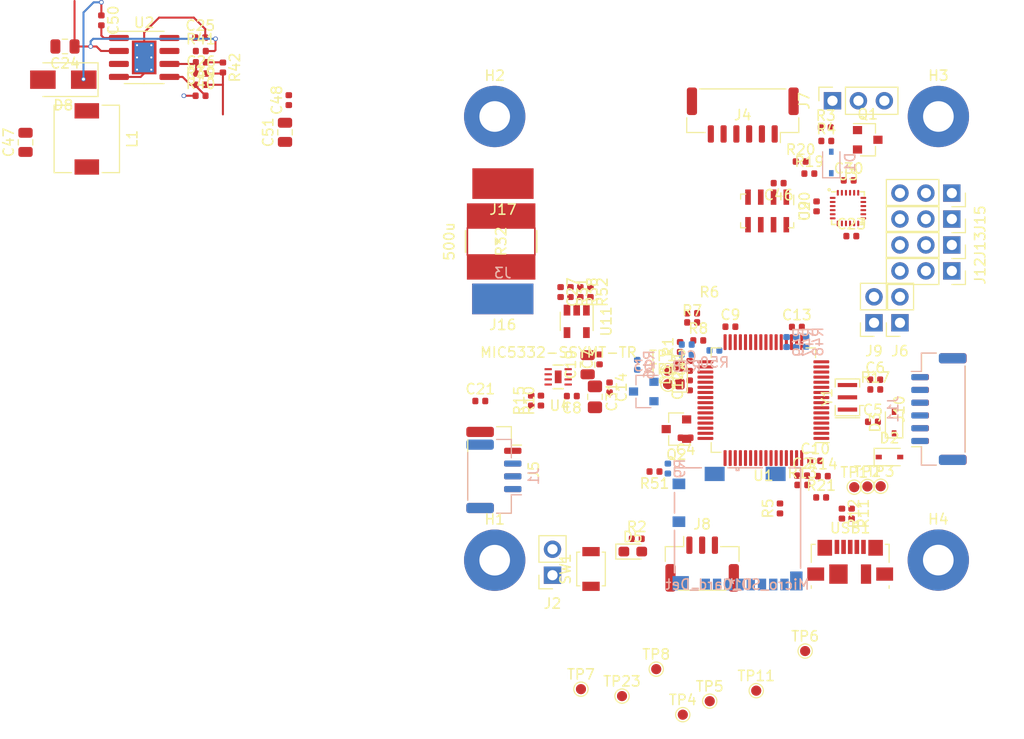
<source format=kicad_pcb>
(kicad_pcb (version 20171130) (host pcbnew "(5.1.6)-1")
  (layers (0 F.Cu signal) (1 GND power hide) (2 POWER power hide) (31 B.Cu signal) (34 B.Paste user hide) (35 F.Paste user hide) (36 B.SilkS user hide) (37 F.SilkS user) (38 B.Mask user hide) (39 F.Mask user hide) (44 Edge.Cuts user))
  (net 0 "")
  (net 1 GND)
  (net 2 "Net-(C2-Pad1)")
  (net 3 /VCC_RC)
  (net 4 /USART_RX)
  (net 5 /VCC5_DC)
  (net 6 "Net-(C25-Pad1)")
  (net 7 /VCC5)
  (net 8 /ESC_5V)
  (net 9 /VBUS)
  (net 10 /~SPI2_SS)
  (net 11 /SPI2_MOSI)
  (net 12 /SPI2_SCLK)
  (net 13 /SPI2_MISO)
  (net 14 /SD_DET)
  (net 15 /USART_TX)
  (net 16 /SPI3_MOSI)
  (net 17 /SPI3_SCL)
  (net 18 /SPI3_MISO)
  (net 19 /~EX_SPI3_CS)
  (net 20 /Servo_out1)
  (net 21 /Servo_out2)
  (net 22 /Servo_out4)
  (net 23 /Servo_out3)
  (net 24 /UART3_RX)
  (net 25 /UART3_TX)
  (net 26 /RC_CH3)
  (net 27 /RC_CH4)
  (net 28 /LED_STRIP)
  (net 29 /Servo_out5)
  (net 30 /Servo_out6)
  (net 31 "Net-(Q1-Pad1)")
  (net 32 "Net-(Q3-Pad1)")
  (net 33 /BUZZER)
  (net 34 /VBAT)
  (net 35 /SBUS_IN)
  (net 36 /CRNT)
  (net 37 "Net-(R17-Pad1)")
  (net 38 /VBAT_ADC)
  (net 39 /STAT)
  (net 40 /BOOT0)
  (net 41 /RC_CH1)
  (net 42 /VBUS_SEN)
  (net 43 /USB_DP)
  (net 44 /USB_DN)
  (net 45 "Net-(TP5-Pad1)")
  (net 46 "Net-(TP6-Pad1)")
  (net 47 "Net-(U4-Pad3)")
  (net 48 /~SPI1_SS)
  (net 49 /SPI1_SCLK)
  (net 50 /SPI1_MISO)
  (net 51 /SPI1_MOSI)
  (net 52 /INT_9250)
  (net 53 /~SPI3_SS)
  (net 54 "Net-(C1-Pad2)")
  (net 55 "Net-(C8-Pad1)")
  (net 56 "Net-(C11-Pad1)")
  (net 57 "Net-(C12-Pad1)")
  (net 58 "Net-(C23-Pad1)")
  (net 59 "Net-(C24-Pad1)")
  (net 60 "Net-(C26-Pad1)")
  (net 61 "Net-(C27-Pad1)")
  (net 62 "Net-(C49-Pad1)")
  (net 63 "Net-(C50-Pad1)")
  (net 64 "Net-(C50-Pad2)")
  (net 65 "Net-(D5-Pad1)")
  (net 66 "Net-(D6-Pad2)")
  (net 67 "Net-(J2-Pad2)")
  (net 68 "Net-(J7-Pad3)")
  (net 69 "Net-(Q2-Pad1)")
  (net 70 "Net-(R8-Pad1)")
  (net 71 "Net-(R10-Pad2)")
  (net 72 "Net-(R11-Pad2)")
  (net 73 "Net-(R12-Pad2)")
  (net 74 "Net-(R15-Pad2)")
  (net 75 "Net-(R32-Pad2)")
  (net 76 "Net-(R39-Pad1)")
  (net 77 "Net-(R41-Pad1)")
  (net 78 "Net-(R47-Pad1)")
  (net 79 "Net-(R50-Pad1)")
  (net 80 "Net-(TP11-Pad1)")
  (net 81 "Net-(TP12-Pad1)")
  (net 82 "Net-(TP13-Pad1)")
  (net 83 "Net-(TP23-Pad1)")
  (net 84 "Net-(U1-Pad2)")
  (net 85 "Net-(U1-Pad3)")
  (net 86 "Net-(U1-Pad4)")
  (net 87 "Net-(U1-Pad5)")
  (net 88 "Net-(U1-Pad6)")
  (net 89 "Net-(U1-Pad8)")
  (net 90 "Net-(U1-Pad55)")
  (net 91 "Net-(U3-Pad7)")
  (net 92 "Net-(U3-Pad21)")
  (net 93 "Net-(U10-Pad9)")
  (net 94 "Net-(USB1-Pad4)")
  (net 95 /VCC3v3)
  (module Inductor_SMD:L_6.3x6.3_H3 (layer F.Cu) (at 74.325 77.525 270)
    (fp_text reference L1 (at 0 -4.45 90) (layer F.SilkS))
    (fp_text value "15u/4A 6x6")
    (pad 1 smd rect (at -2.75 0 270) (size 1.5 2.4) (layers F.Cu F.Paste F.Mask) (net 63 "Net-(C50-Pad1)"))
    (pad 2 smd rect (at 2.75 0 270) (size 1.5 2.4) (layers F.Cu F.Paste F.Mask) (net 5 /VCC5_DC))
  )
  (module Diode_SMD:D_SMA (layer F.Cu) (at 72.025 71.725 180)
    (fp_text reference D8 (at 0 -2.5 180) (layer F.SilkS))
    (fp_text value B340A)
    (pad 1 smd rect (at -2 0 180) (size 2.5 1.8) (layers F.Cu F.Paste F.Mask) (net 63 "Net-(C50-Pad1)"))
    (pad 2 smd rect (at 2 0 180) (size 2.5 1.8) (layers F.Cu F.Paste F.Mask) (net 1 GND))
  )
  (module omnibusFC:mp1593 (layer F.Cu) (at 79.942 69.55)
    (fp_text reference U2 (at 0 -3.4 180) (layer F.SilkS))
    (fp_text value MP1593)
    (pad 1 smd roundrect (at -2.475 -1.905) (size 1.95 0.6) (layers F.Cu F.Paste F.Mask) (net 64 "Net-(C50-Pad2)"))
    (pad 2 smd roundrect (at -2.475 -0.635) (size 1.95 0.6) (layers F.Cu F.Paste F.Mask) (net 59 "Net-(C24-Pad1)"))
    (pad 3 smd roundrect (at -2.475 0.635) (size 1.95 0.6) (layers F.Cu F.Paste F.Mask) (net 63 "Net-(C50-Pad1)"))
    (pad 4 smd roundrect (at -2.475 1.905) (size 1.95 0.6) (layers F.Cu F.Paste F.Mask) (net 1 GND))
    (pad 5 smd roundrect (at 2.475 1.905) (size 1.95 0.6) (layers F.Cu F.Paste F.Mask) (net 76 "Net-(R39-Pad1)"))
    (pad 6 smd roundrect (at 2.475 0.635) (size 1.95 0.6) (layers F.Cu F.Paste F.Mask) (net 60 "Net-(C26-Pad1)"))
    (pad 7 smd roundrect (at 2.475 -0.635) (size 1.95 0.6) (layers F.Cu F.Paste F.Mask) (net 77 "Net-(R41-Pad1)"))
    (pad 8 smd roundrect (at 2.475 -1.905) (size 1.95 0.6) (layers F.Cu F.Paste F.Mask) (net 6 "Net-(C25-Pad1)"))
    (pad 9 smd rect (at 0 0) (size 2.41 3.3) (layers F.Cu F.Mask) (net 1 GND))
    (pad 9 thru_hole circle (at -0.7 -1.2) (size 0.5 0.5) (drill 0.2) (layers *.Cu) (net 1 GND))
    (pad 9 thru_hole circle (at 0.7 -1.2) (size 0.5 0.5) (drill 0.2) (layers *.Cu) (net 1 GND))
    (pad 9 thru_hole circle (at -0.7 0) (size 0.5 0.5) (drill 0.2) (layers *.Cu) (net 1 GND))
    (pad 9 thru_hole circle (at 0.7 0) (size 0.5 0.5) (drill 0.2) (layers *.Cu) (net 1 GND))
    (pad 9 thru_hole circle (at -0.7 1.2) (size 0.5 0.5) (drill 0.2) (layers *.Cu) (net 1 GND))
    (pad 9 thru_hole circle (at 0.7 1.2) (size 0.5 0.5) (drill 0.2) (layers *.Cu) (net 1 GND))
    (pad 9 smd rect (at 0 0) (size 1.9 2.9) (layers B.Cu) (net 1 GND))
  )
  (module MountingHole:MountingHole_3mm_Pad (layer F.Cu) (at 157.7 75.33)
    (fp_text reference H3 (at 0 -4) (layer F.SilkS))
    (fp_text value Hole_Pad)
    (pad 1 thru_hole circle (at 0 0) (size 6 6) (drill 3) (layers *.Cu *.Mask) (net 1 GND))
  )
  (module omnibusFC:BAT (layer F.Cu) (at 115.07 81.9 180)
    (fp_text reference J17 (at 0 -2.54) (layer F.SilkS))
    (fp_text value MOT)
    (pad 1 smd rect (at 0 0 180) (size 6 3) (layers F.Cu F.Paste F.Mask) (net 59 "Net-(C24-Pad1)"))
  )
  (module omnibusFC:BAT (layer F.Cu) (at 115.05 93.19 180)
    (fp_text reference J16 (at 0 -2.54) (layer F.SilkS))
    (fp_text value BAT)
    (pad 1 smd rect (at 0 0 180) (size 6 3) (layers F.Cu F.Paste F.Mask) (net 34 /VBAT))
  )
  (module omnibusFC:BAT (layer B.Cu) (at 115.05 93.19 180)
    (fp_text reference J3 (at 0 2.54) (layer B.SilkS) (effects (justify mirror)))
    (fp_text value GND)
    (pad 1 smd rect (at 0 0 180) (size 6 3) (layers B.Cu B.Paste B.Mask) (net 1 GND))
  )
  (module omnibusFC:uSD (layer B.Cu) (at 138.034999 115.6285 180)
    (fp_text reference U10 (at 0 -5.5215) (layer B.SilkS) (effects (justify mirror)))
    (fp_text value Micro_SD_Card_Det (at 0 -5.5215) (layer B.SilkS) (effects (justify mirror)))
    (fp_text user * (at 0.565 -5.5215) (layer B.SilkS) (effects (justify mirror)))
    (fp_text user * (at 0.565 -5.5215) (layer B.SilkS) (effects (justify mirror)))
    (pad 10 smd rect (at 5.740001 4.3285 180) (size 1.2446 1.0414) (layers B.Cu B.Paste B.Mask) (net 14 /SD_DET))
    (pad 9 smd rect (at 5.740001 0.6285 180) (size 1.2446 1.0414) (layers B.Cu B.Paste B.Mask) (net 93 "Net-(U10-Pad9)"))
    (pad 12 smd rect (at -5.755 -5.171501 180) (size 1.2192 1.8542) (layers B.Cu B.Paste B.Mask))
    (pad 11 smd rect (at 5.565 -5.396499 180) (size 1.6002 1.397) (layers B.Cu B.Paste B.Mask) (net 54 "Net-(C1-Pad2)"))
    (pad 14 smd rect (at 2.240011 5.3035 180) (size 1.9558 1.397) (layers B.Cu B.Paste B.Mask))
    (pad 13 smd rect (at -3.72999 5.3035 180) (size 1.9558 1.397) (layers B.Cu B.Paste B.Mask))
    (pad 8 smd rect (at -4.595 -5.5215 180) (size 0.8128 1.143) (layers B.Cu B.Paste B.Mask) (net 78 "Net-(R47-Pad1)"))
    (pad 7 smd rect (at -3.494999 -5.5215 180) (size 0.8128 1.143) (layers B.Cu B.Paste B.Mask) (net 13 /SPI2_MISO))
    (pad 6 smd rect (at -2.395002 -5.5215 180) (size 0.8128 1.143) (layers B.Cu B.Paste B.Mask) (net 1 GND))
    (pad 5 smd rect (at -1.295001 -5.5215 180) (size 0.8128 1.143) (layers B.Cu B.Paste B.Mask) (net 12 /SPI2_SCLK))
    (pad 4 smd rect (at -0.195001 -5.5215 180) (size 0.8128 1.143) (layers B.Cu B.Paste B.Mask) (net 95 /VCC3v3))
    (pad 3 smd rect (at 0.904999 -5.5215 180) (size 0.8128 1.143) (layers B.Cu B.Paste B.Mask) (net 11 /SPI2_MOSI))
    (pad 2 smd rect (at 2.005 -5.5215 180) (size 0.8128 1.143) (layers B.Cu B.Paste B.Mask) (net 10 /~SPI2_SS))
    (pad 1 smd rect (at 3.105 -5.5215 180) (size 0.8128 1.143) (layers B.Cu B.Paste B.Mask) (net 79 "Net-(R50-Pad1)"))
  )
  (module omnibusFC:LGA-8_3x5mm_P1.25mm (layer F.Cu) (at 140.935 84.575 270)
    (fp_text reference U9 (at 0 -3.65 90) (layer F.SilkS))
    (fp_text value MS5611-01BA)
    (pad 5 smd rect (at 1.35 1.875 270) (size 1.5 0.55) (layers F.Cu F.Paste F.Mask) (net 53 /~SPI3_SS))
    (pad 6 smd rect (at 1.35 0.625 270) (size 1.5 0.55) (layers F.Cu F.Paste F.Mask) (net 18 /SPI3_MISO))
    (pad 7 smd rect (at 1.35 -0.625 270) (size 1.5 0.55) (layers F.Cu F.Paste F.Mask) (net 16 /SPI3_MOSI))
    (pad 8 smd rect (at 1.35 -1.875 270) (size 1.5 0.55) (layers F.Cu F.Paste F.Mask) (net 17 /SPI3_SCL))
    (pad 3 smd rect (at -1.35 0.625 270) (size 1.5 0.55) (layers F.Cu F.Paste F.Mask) (net 1 GND))
    (pad 2 smd rect (at -1.35 -0.625 270) (size 1.5 0.55) (layers F.Cu F.Paste F.Mask) (net 1 GND))
    (pad 1 smd rect (at -1.35 -1.875 270) (size 1.5 0.55) (layers F.Cu F.Paste F.Mask) (net 95 /VCC3v3))
    (pad 4 smd rect (at -1.35 1.875 270) (size 1.5 0.55) (layers F.Cu F.Paste F.Mask) (net 53 /~SPI3_SS))
  )
  (module omnibusFC:CSS2725FTL500 (layer F.Cu) (at 114.89 87.5673 270)
    (fp_text reference R32 (at 0 0 90) (layer F.SilkS))
    (fp_text value 500u (at 0 5.08 90) (layer F.SilkS))
    (fp_line (start -1.3208 -3.302) (end 1.3208 -3.302) (layer F.Cu) (width 0.1524))
    (fp_line (start 1.3208 -3.302) (end 1.3208 3.302) (layer F.Cu) (width 0.1524))
    (fp_line (start 1.3208 3.302) (end -1.3208 3.302) (layer F.Cu) (width 0.1524))
    (fp_line (start -1.3208 3.302) (end -1.3208 -3.302) (layer F.Cu) (width 0.1524))
    (fp_text user * (at 0 0 90) (layer F.SilkS))
    (pad 2 smd rect (at 2.5527 0 270) (size 2.3622 6.7056) (layers F.Cu F.Paste F.Mask) (net 75 "Net-(R32-Pad2)"))
    (pad 1 smd rect (at -2.5527 0 270) (size 2.3622 6.7056) (layers F.Cu F.Paste F.Mask) (net 59 "Net-(C24-Pad1)"))
  )
  (module Crystal:Resonator_SMD_muRata_CSTxExxV-3Pin_3.0x1.1mm (layer F.Cu) (at 148.7955 102.824 90)
    (fp_text reference Y1 (at 0 -2 90) (layer F.SilkS))
    (fp_text value Crystal)
    (pad 3 smd rect (at 1.2 0 90) (size 0.4 1.9) (layers F.Cu F.Paste F.Mask))
    (pad 2 smd rect (at 0 0 90) (size 0.4 1.9) (layers F.Cu F.Paste F.Mask) (net 88 "Net-(U1-Pad6)"))
    (pad 1 smd rect (at -1.2 0 90) (size 0.4 1.9) (layers F.Cu F.Paste F.Mask) (net 87 "Net-(U1-Pad5)"))
  )
  (module omnibusFC:TMLF-8_MCH (layer F.Cu) (at 120.475 100.821)
    (fp_text reference U4 (at 0.16 2.82) (layer F.SilkS))
    (fp_text value MIC5332-SSYMT-TR (at 0.03 -2.39) (layer F.SilkS))
    (pad 1 smd rect (at -0.9779 -0.750001 90) (size 0.2032 0.7112) (layers F.Cu F.Paste F.Mask) (net 7 /VCC5))
    (pad 2 smd rect (at -0.9779 -0.25 90) (size 0.2032 0.7112) (layers F.Cu F.Paste F.Mask) (net 1 GND))
    (pad 3 smd rect (at -0.9779 0.25 90) (size 0.2032 0.7112) (layers F.Cu F.Paste F.Mask) (net 47 "Net-(U4-Pad3)"))
    (pad 4 smd rect (at -0.9779 0.750001 90) (size 0.2032 0.7112) (layers F.Cu F.Paste F.Mask) (net 74 "Net-(R15-Pad2)"))
    (pad 5 smd rect (at 0.9779 0.750001 90) (size 0.2032 0.7112) (layers F.Cu F.Paste F.Mask) (net 71 "Net-(R10-Pad2)"))
    (pad 6 smd rect (at 0.9779 0.25 90) (size 0.2032 0.7112) (layers F.Cu F.Paste F.Mask) (net 55 "Net-(C8-Pad1)"))
    (pad 7 smd rect (at 0.9779 -0.25 90) (size 0.2032 0.7112) (layers F.Cu F.Paste F.Mask) (net 95 /VCC3v3))
    (pad 8 smd rect (at 0.9779 -0.750001 90) (size 0.2032 0.7112) (layers F.Cu F.Paste F.Mask) (net 3 /VCC_RC))
    (pad 9 smd rect (at 0 0) (size 0.6604 1.2446) (layers F.Cu F.Paste F.Mask) (net 1 GND))
  )
  (module Capacitor_SMD:C_0402_1005Metric (layer F.Cu) (at 121.81 102.701 180)
    (fp_text reference C8 (at 0 -1.17) (layer F.SilkS))
    (fp_text value 10n)
    (pad 2 smd roundrect (at 0.485 0 180) (size 0.59 0.64) (layers F.Cu F.Paste F.Mask) (net 1 GND))
    (pad 1 smd roundrect (at -0.485 0 180) (size 0.59 0.64) (layers F.Cu F.Paste F.Mask) (net 55 "Net-(C8-Pad1)"))
  )
  (module Capacitor_SMD:C_0402_1005Metric (layer F.Cu) (at 120.7122 92.5206 270)
    (fp_text reference C27 (at 0 -1.17 270) (layer F.SilkS))
    (fp_text value 0u1)
    (pad 1 smd roundrect (at -0.485 0 270) (size 0.59 0.64) (layers F.Cu F.Paste F.Mask) (net 61 "Net-(C27-Pad1)"))
    (pad 2 smd roundrect (at 0.485 0 270) (size 0.59 0.64) (layers F.Cu F.Paste F.Mask) (net 1 GND))
  )
  (module Capacitor_SMD:C_0402_1005Metric (layer F.Cu) (at 124.525 99.111 90)
    (fp_text reference C7 (at 0 -1.17 90) (layer F.SilkS))
    (fp_text value 0u1)
    (pad 1 smd roundrect (at -0.485 0 90) (size 0.59 0.64) (layers F.Cu F.Paste F.Mask) (net 3 /VCC_RC))
    (pad 2 smd roundrect (at 0.485 0 90) (size 0.59 0.64) (layers F.Cu F.Paste F.Mask) (net 1 GND))
  )
  (module Capacitor_SMD:C_0402_1005Metric (layer B.Cu) (at 133.06 97.655)
    (fp_text reference C1 (at 0 1.17) (layer B.SilkS) (effects (justify mirror)))
    (fp_text value 0u1)
    (pad 1 smd roundrect (at -0.485 0) (size 0.59 0.64) (layers B.Cu B.Paste B.Mask) (net 1 GND))
    (pad 2 smd roundrect (at 0.485 0) (size 0.59 0.64) (layers B.Cu B.Paste B.Mask) (net 54 "Net-(C1-Pad2)"))
  )
  (module Capacitor_SMD:C_0805_2012Metric (layer F.Cu) (at 123.359 99.6335 90)
    (fp_text reference C19 (at 0 -1.65 90) (layer F.SilkS))
    (fp_text value 22u/25V)
    (pad 1 smd roundrect (at -0.9375 0 90) (size 0.975 1.4) (layers F.Cu F.Paste F.Mask) (net 3 /VCC_RC))
    (pad 2 smd roundrect (at 0.9375 0 90) (size 0.975 1.4) (layers F.Cu F.Paste F.Mask) (net 1 GND))
  )
  (module Capacitor_SMD:C_0805_2012Metric (layer F.Cu) (at 72.1875 68.475 180)
    (fp_text reference C24 (at 0 -1.65) (layer F.SilkS))
    (fp_text value 22u/25V)
    (pad 2 smd roundrect (at 0.9375 0 180) (size 0.975 1.4) (layers F.Cu F.Paste F.Mask) (net 1 GND))
    (pad 1 smd roundrect (at -0.9375 0 180) (size 0.975 1.4) (layers F.Cu F.Paste F.Mask) (net 59 "Net-(C24-Pad1)"))
  )
  (module Capacitor_SMD:C_0402_1005Metric (layer F.Cu) (at 125.505 101.856 270)
    (fp_text reference C14 (at 0 -1.17 90) (layer F.SilkS))
    (fp_text value 0u1)
    (pad 2 smd roundrect (at 0.485 0 270) (size 0.59 0.64) (layers F.Cu F.Paste F.Mask) (net 1 GND))
    (pad 1 smd roundrect (at -0.485 0 270) (size 0.59 0.64) (layers F.Cu F.Paste F.Mask) (net 95 /VCC3v3))
  )
  (module Capacitor_SMD:C_0805_2012Metric_Pad1.15x1.40mm_HandSolder (layer F.Cu) (at 124.075 102.776 270)
    (fp_text reference C31 (at 0 -1.65 90) (layer F.SilkS))
    (fp_text value 22u/25V)
    (pad 1 smd roundrect (at -1.025 0 270) (size 1.15 1.4) (layers F.Cu F.Paste F.Mask) (roundrect_rratio 0.217391) (net 95 /VCC3v3))
    (pad 2 smd roundrect (at 1.025 0 270) (size 1.15 1.4) (layers F.Cu F.Paste F.Mask) (roundrect_rratio 0.217391) (net 1 GND))
  )
  (module Capacitor_SMD:C_0402_1005Metric (layer F.Cu) (at 85.435 67.6)
    (fp_text reference C25 (at 0 -1.17) (layer F.SilkS))
    (fp_text value 0u1)
    (pad 1 smd roundrect (at -0.485 0) (size 0.59 0.64) (layers F.Cu F.Paste F.Mask) (net 6 "Net-(C25-Pad1)"))
    (pad 2 smd roundrect (at 0.485 0) (size 0.59 0.64) (layers F.Cu F.Paste F.Mask) (net 1 GND))
  )
  (module Capacitor_SMD:C_0402_1005Metric (layer F.Cu) (at 151.29 105.22)
    (fp_text reference C5 (at 0 -1.17) (layer F.SilkS))
    (fp_text value 0u1)
    (pad 2 smd roundrect (at 0.485 0) (size 0.59 0.64) (layers F.Cu F.Paste F.Mask) (net 1 GND))
    (pad 1 smd roundrect (at -0.485 0) (size 0.59 0.64) (layers F.Cu F.Paste F.Mask) (net 95 /VCC3v3))
  )
  (module Capacitor_SMD:C_0402_1005Metric (layer F.Cu) (at 132.9466 106.7808 180)
    (fp_text reference C4 (at 0 -1.17) (layer F.SilkS))
    (fp_text value 0u1)
    (pad 1 smd roundrect (at -0.485 0 180) (size 0.59 0.64) (layers F.Cu F.Paste F.Mask) (net 95 /VCC3v3))
    (pad 2 smd roundrect (at 0.485 0 180) (size 0.59 0.64) (layers F.Cu F.Paste F.Mask) (net 1 GND))
  )
  (module Capacitor_SMD:C_0402_1005Metric (layer F.Cu) (at 143.8432 95.935)
    (fp_text reference C13 (at 0 -1.17) (layer F.SilkS))
    (fp_text value 0u1)
    (pad 2 smd roundrect (at 0.485 0) (size 0.59 0.64) (layers F.Cu F.Paste F.Mask) (net 1 GND))
    (pad 1 smd roundrect (at -0.485 0) (size 0.59 0.64) (layers F.Cu F.Paste F.Mask) (net 95 /VCC3v3))
  )
  (module Capacitor_SMD:C_0402_1005Metric (layer F.Cu) (at 151.5118 101.0964)
    (fp_text reference C6 (at 0 -1.17) (layer F.SilkS))
    (fp_text value 0u1)
    (pad 1 smd roundrect (at -0.485 0) (size 0.59 0.64) (layers F.Cu F.Paste F.Mask) (net 95 /VCC3v3))
    (pad 2 smd roundrect (at 0.485 0) (size 0.59 0.64) (layers F.Cu F.Paste F.Mask) (net 1 GND))
  )
  (module Capacitor_SMD:C_0402_1005Metric (layer F.Cu) (at 145.6418 109.0414)
    (fp_text reference C10 (at 0 -1.17) (layer F.SilkS))
    (fp_text value 0u1)
    (pad 2 smd roundrect (at 0.485 0) (size 0.59 0.64) (layers F.Cu F.Paste F.Mask) (net 1 GND))
    (pad 1 smd roundrect (at -0.485 0) (size 0.59 0.64) (layers F.Cu F.Paste F.Mask) (net 95 /VCC3v3))
  )
  (module Capacitor_SMD:C_0402_1005Metric (layer F.Cu) (at 137.336 95.9096)
    (fp_text reference C9 (at 0 -1.17) (layer F.SilkS))
    (fp_text value 0u1)
    (pad 1 smd roundrect (at -0.485 0) (size 0.59 0.64) (layers F.Cu F.Paste F.Mask) (net 95 /VCC3v3))
    (pad 2 smd roundrect (at 0.485 0) (size 0.59 0.64) (layers F.Cu F.Paste F.Mask) (net 1 GND))
  )
  (module Capacitor_SMD:C_0402_1005Metric (layer F.Cu) (at 85.51 71.125)
    (fp_text reference C26 (at 0 -1.17 180) (layer F.SilkS))
    (fp_text value 0u1)
    (pad 2 smd roundrect (at 0.485 0) (size 0.59 0.64) (layers F.Cu F.Paste F.Mask) (net 1 GND))
    (pad 1 smd roundrect (at -0.485 0) (size 0.59 0.64) (layers F.Cu F.Paste F.Mask) (net 60 "Net-(C26-Pad1)"))
  )
  (module Capacitor_SMD:C_0402_1005Metric (layer F.Cu) (at 133.3506 99.7474 90)
    (fp_text reference C11 (at 0 -1.17 90) (layer F.SilkS))
    (fp_text value 2u2)
    (pad 2 smd roundrect (at 0.485 0 90) (size 0.59 0.64) (layers F.Cu F.Paste F.Mask) (net 1 GND))
    (pad 1 smd roundrect (at -0.485 0 90) (size 0.59 0.64) (layers F.Cu F.Paste F.Mask) (net 56 "Net-(C11-Pad1)"))
  )
  (module Capacitor_SMD:C_0402_1005Metric (layer F.Cu) (at 133.3506 101.6524 90)
    (fp_text reference C12 (at 0 -1.17 90) (layer F.SilkS))
    (fp_text value 2u2)
    (pad 1 smd roundrect (at -0.485 0 90) (size 0.59 0.64) (layers F.Cu F.Paste F.Mask) (net 57 "Net-(C12-Pad1)"))
    (pad 2 smd roundrect (at 0.485 0 90) (size 0.59 0.64) (layers F.Cu F.Paste F.Mask) (net 1 GND))
  )
  (module Capacitor_SMD:C_0402_1005Metric (layer F.Cu) (at 75.75 65.919 270)
    (fp_text reference C50 (at 0 -1.17 270) (layer F.SilkS))
    (fp_text value 10nF)
    (pad 1 smd roundrect (at -0.485 0 270) (size 0.59 0.64) (layers F.Cu F.Paste F.Mask) (net 63 "Net-(C50-Pad1)"))
    (pad 2 smd roundrect (at 0.485 0 270) (size 0.59 0.64) (layers F.Cu F.Paste F.Mask) (net 64 "Net-(C50-Pad2)"))
  )
  (module Capacitor_SMD:C_0402_1005Metric (layer F.Cu) (at 85.485 70.025 180)
    (fp_text reference C49 (at 0 -1.17 180) (layer F.SilkS))
    (fp_text value 8n2)
    (pad 1 smd roundrect (at -0.485 0 180) (size 0.59 0.64) (layers F.Cu F.Paste F.Mask) (net 62 "Net-(C49-Pad1)"))
    (pad 2 smd roundrect (at 0.485 0 180) (size 0.59 0.64) (layers F.Cu F.Paste F.Mask) (net 60 "Net-(C26-Pad1)"))
  )
  (module Capacitor_SMD:C_0805_2012Metric (layer F.Cu) (at 68.325 77.8625 90)
    (fp_text reference C47 (at 0 -1.65 90) (layer F.SilkS))
    (fp_text value 22u/25V)
    (pad 1 smd roundrect (at -0.9375 0 90) (size 0.975 1.4) (layers F.Cu F.Paste F.Mask) (net 5 /VCC5_DC))
    (pad 2 smd roundrect (at 0.9375 0 90) (size 0.975 1.4) (layers F.Cu F.Paste F.Mask) (net 1 GND))
  )
  (module Capacitor_SMD:C_0805_2012Metric (layer F.Cu) (at 93.73 76.8805 90)
    (fp_text reference C51 (at 0 -1.65 90) (layer F.SilkS))
    (fp_text value 22u/25V)
    (pad 2 smd roundrect (at 0.9375 0 90) (size 0.975 1.4) (layers F.Cu F.Paste F.Mask) (net 1 GND))
    (pad 1 smd roundrect (at -0.9375 0 90) (size 0.975 1.4) (layers F.Cu F.Paste F.Mask) (net 5 /VCC5_DC))
  )
  (module Capacitor_SMD:C_0402_1005Metric (layer F.Cu) (at 94.1 73.728 90)
    (fp_text reference C48 (at 0 -1.17 90) (layer F.SilkS))
    (fp_text value 0u1)
    (pad 2 smd roundrect (at 0.485 0 90) (size 0.59 0.64) (layers F.Cu F.Paste F.Mask) (net 1 GND))
    (pad 1 smd roundrect (at -0.485 0 90) (size 0.59 0.64) (layers F.Cu F.Paste F.Mask) (net 5 /VCC5_DC))
  )
  (module Capacitor_SMD:C_0402_1005Metric (layer F.Cu) (at 142.06 81.855 180)
    (fp_text reference C46 (at 0 -1.17) (layer F.SilkS))
    (fp_text value 100n)
    (pad 2 smd roundrect (at 0.485 0 180) (size 0.59 0.64) (layers F.Cu F.Paste F.Mask) (net 1 GND))
    (pad 1 smd roundrect (at -0.485 0 180) (size 0.59 0.64) (layers F.Cu F.Paste F.Mask) (net 95 /VCC3v3))
  )
  (module Capacitor_SMD:C_0402_1005Metric (layer F.Cu) (at 144.3512 110.4892)
    (fp_text reference C2 (at 0 -1.17) (layer F.SilkS))
    (fp_text value 0u1)
    (pad 2 smd roundrect (at 0.485 0) (size 0.59 0.64) (layers F.Cu F.Paste F.Mask) (net 1 GND))
    (pad 1 smd roundrect (at -0.485 0) (size 0.59 0.64) (layers F.Cu F.Paste F.Mask) (net 2 "Net-(C2-Pad1)"))
  )
  (module Capacitor_SMD:C_0402_1005Metric (layer F.Cu) (at 145.7704 84.1296 90)
    (fp_text reference C20 (at 0 -1.17 90) (layer F.SilkS))
    (fp_text value 10n)
    (pad 2 smd roundrect (at 0.485 0 90) (size 0.59 0.64) (layers F.Cu F.Paste F.Mask) (net 1 GND))
    (pad 1 smd roundrect (at -0.485 0 90) (size 0.59 0.64) (layers F.Cu F.Paste F.Mask) (net 95 /VCC3v3))
  )
  (module Capacitor_SMD:C_0402_1005Metric (layer F.Cu) (at 148.9176 81.5872)
    (fp_text reference C30 (at 0 -1.17) (layer F.SilkS))
    (fp_text value 0u1)
    (pad 1 smd roundrect (at -0.485 0) (size 0.59 0.64) (layers F.Cu F.Paste F.Mask) (net 95 /VCC3v3))
    (pad 2 smd roundrect (at 0.485 0) (size 0.59 0.64) (layers F.Cu F.Paste F.Mask) (net 1 GND))
  )
  (module Capacitor_SMD:C_0402_1005Metric (layer F.Cu) (at 149.175 87.04)
    (fp_text reference C23 (at 0 -1.17) (layer F.SilkS))
    (fp_text value 0u1)
    (pad 1 smd roundrect (at -0.485 0) (size 0.59 0.64) (layers F.Cu F.Paste F.Mask) (net 58 "Net-(C23-Pad1)"))
    (pad 2 smd roundrect (at 0.485 0) (size 0.59 0.64) (layers F.Cu F.Paste F.Mask) (net 1 GND))
  )
  (module LED_SMD:LED_0603_1608Metric_Pad1.05x0.95mm_HandSolder (layer F.Cu) (at 132.3854 100.648 90)
    (fp_text reference D6 (at 0 -1.43 90) (layer F.SilkS))
    (fp_text value LED)
    (pad 1 smd roundrect (at -0.875 0 90) (size 1.05 0.95) (layers F.Cu F.Paste F.Mask) (net 1 GND))
    (pad 2 smd roundrect (at 0.875 0 90) (size 1.05 0.95) (layers F.Cu F.Paste F.Mask) (net 66 "Net-(D6-Pad2)"))
  )
  (module LED_SMD:LED_0603_1608Metric_Pad1.05x0.95mm_HandSolder (layer F.Cu) (at 127.78 117.925)
    (fp_text reference D5 (at 0 -1.43) (layer F.SilkS))
    (fp_text value LED)
    (pad 2 smd roundrect (at 0.875 0) (size 1.05 0.95) (layers F.Cu F.Paste F.Mask) (net 95 /VCC3v3))
    (pad 1 smd roundrect (at -0.875 0) (size 1.05 0.95) (layers F.Cu F.Paste F.Mask) (net 65 "Net-(D5-Pad1)"))
  )
  (module Diode_SMD:D_SOD-323 (layer F.Cu) (at 153.36 105.3 90)
    (fp_text reference D3 (at 0 -1.85 90) (layer F.SilkS))
    (fp_text value PMEG2010BEA)
    (pad 1 smd rect (at -1.05 0 90) (size 0.6 0.45) (layers F.Cu F.Paste F.Mask) (net 7 /VCC5))
    (pad 2 smd rect (at 1.05 0 90) (size 0.6 0.45) (layers F.Cu F.Paste F.Mask) (net 8 /ESC_5V))
  )
  (module Diode_SMD:D_SOD-323 (layer F.Cu) (at 152.91 108.67)
    (fp_text reference D2 (at 0 -1.85) (layer F.SilkS))
    (fp_text value PMEG2010BEA)
    (pad 2 smd rect (at 1.05 0) (size 0.6 0.45) (layers F.Cu F.Paste F.Mask) (net 9 /VBUS))
    (pad 1 smd rect (at -1.05 0) (size 0.6 0.45) (layers F.Cu F.Paste F.Mask) (net 7 /VCC5))
  )
  (module Diode_SMD:D_SOD-323 (layer B.Cu) (at 147.2128 79.8298 90)
    (fp_text reference D1 (at 0 1.85 90) (layer B.SilkS) (effects (justify mirror)))
    (fp_text value PMEG2010BEA)
    (pad 1 smd rect (at -1.05 0 90) (size 0.6 0.45) (layers B.Cu B.Paste B.Mask) (net 7 /VCC5))
    (pad 2 smd rect (at 1.05 0 90) (size 0.6 0.45) (layers B.Cu B.Paste B.Mask) (net 5 /VCC5_DC))
  )
  (module MountingHole:MountingHole_3mm_Pad (layer F.Cu) (at 114.26 118.77)
    (fp_text reference H1 (at 0 -4) (layer F.SilkS))
    (fp_text value Hole_Pad)
    (pad 1 thru_hole circle (at 0 0) (size 6 6) (drill 3) (layers *.Cu *.Mask) (net 1 GND))
  )
  (module MountingHole:MountingHole_3mm_Pad (layer F.Cu) (at 114.26 75.33)
    (fp_text reference H2 (at 0 -4) (layer F.SilkS))
    (fp_text value Hole_Pad)
    (pad 1 thru_hole circle (at 0 0) (size 6 6) (drill 3) (layers *.Cu *.Mask) (net 1 GND))
  )
  (module MountingHole:MountingHole_3mm_Pad (layer F.Cu) (at 157.69 118.76)
    (fp_text reference H4 (at 0 -4) (layer F.SilkS))
    (fp_text value Hole_Pad)
    (pad 1 thru_hole circle (at 0 0) (size 6 6) (drill 3) (layers *.Cu *.Mask) (net 1 GND))
  )
  (module Connector_PinSocket_2.54mm:PinSocket_1x02_P2.54mm_Vertical (layer F.Cu) (at 119.92 120.24 180)
    (fp_text reference J2 (at 0 -2.77) (layer F.SilkS))
    (fp_text value Con02)
    (pad 1 thru_hole rect (at 0 0 180) (size 1.7 1.7) (drill 1) (layers *.Cu *.Mask) (net 7 /VCC5))
    (pad 2 thru_hole oval (at 0 2.54 180) (size 1.7 1.7) (drill 1) (layers *.Cu *.Mask) (net 67 "Net-(J2-Pad2)"))
  )
  (module Connector_JST:JST_GH_SM04B-GHS-TB_1x04-1MP_P1.25mm_Horizontal (layer F.Cu) (at 114.18 109.935 270)
    (fp_text reference J5 (at 0 -3.9 90) (layer F.SilkS))
    (fp_text value Conn_04)
    (pad 1 smd roundrect (at -1.875 -1.85 270) (size 0.6 1.7) (layers F.Cu F.Paste F.Mask) (net 1 GND))
    (pad 2 smd roundrect (at -0.625 -1.85 270) (size 0.6 1.7) (layers F.Cu F.Paste F.Mask) (net 7 /VCC5))
    (pad 3 smd roundrect (at 0.625 -1.85 270) (size 0.6 1.7) (layers F.Cu F.Paste F.Mask) (net 15 /USART_TX))
    (pad 4 smd roundrect (at 1.875 -1.85 270) (size 0.6 1.7) (layers F.Cu F.Paste F.Mask) (net 4 /USART_RX))
    (pad MP smd roundrect (at -3.725 1.35 270) (size 1 2.7) (layers F.Cu F.Paste F.Mask) (net 1 GND))
    (pad MP smd roundrect (at 3.725 1.35 270) (size 1 2.7) (layers F.Cu F.Paste F.Mask) (net 1 GND))
  )
  (module Connector_JST:JST_GH_SM06B-GHS-TB_1x06-1MP_P1.25mm_Horizontal (layer F.Cu) (at 138.545 75.19 180)
    (fp_text reference J4 (at 0 0) (layer F.SilkS))
    (fp_text value Conn_06)
    (pad 1 smd roundrect (at -3.125 -1.85 180) (size 0.6 1.7) (layers F.Cu F.Paste F.Mask) (net 1 GND))
    (pad 2 smd roundrect (at -1.875 -1.85 180) (size 0.6 1.7) (layers F.Cu F.Paste F.Mask) (net 3 /VCC_RC))
    (pad 3 smd roundrect (at -0.625 -1.85 180) (size 0.6 1.7) (layers F.Cu F.Paste F.Mask) (net 16 /SPI3_MOSI))
    (pad 4 smd roundrect (at 0.625 -1.85 180) (size 0.6 1.7) (layers F.Cu F.Paste F.Mask) (net 17 /SPI3_SCL))
    (pad 5 smd roundrect (at 1.875 -1.85 180) (size 0.6 1.7) (layers F.Cu F.Paste F.Mask) (net 18 /SPI3_MISO))
    (pad 6 smd roundrect (at 3.125 -1.85 180) (size 0.6 1.7) (layers F.Cu F.Paste F.Mask) (net 19 /~EX_SPI3_CS))
    (pad MP smd roundrect (at -4.975 1.35 180) (size 1 2.7) (layers F.Cu F.Paste F.Mask) (net 1 GND))
    (pad MP smd roundrect (at 4.975 1.35 180) (size 1 2.7) (layers F.Cu F.Paste F.Mask) (net 1 GND))
  )
  (module Connector_JST:JST_GH_SM06B-GHS-TB_1x06-1MP_P1.25mm_Horizontal (layer B.Cu) (at 157.74 103.975 270)
    (fp_text reference J11 (at 0 4.4704 90) (layer B.SilkS) (effects (justify mirror)))
    (fp_text value Conn_06)
    (pad MP smd roundrect (at 4.975 -1.35 270) (size 1 2.7) (layers B.Cu B.Paste B.Mask) (net 1 GND))
    (pad MP smd roundrect (at -4.975 -1.35 270) (size 1 2.7) (layers B.Cu B.Paste B.Mask) (net 1 GND))
    (pad 6 smd roundrect (at 3.125 1.85 270) (size 0.6 1.7) (layers B.Cu B.Paste B.Mask) (net 20 /Servo_out1))
    (pad 5 smd roundrect (at 1.875 1.85 270) (size 0.6 1.7) (layers B.Cu B.Paste B.Mask) (net 21 /Servo_out2))
    (pad 4 smd roundrect (at 0.625 1.85 270) (size 0.6 1.7) (layers B.Cu B.Paste B.Mask) (net 22 /Servo_out4))
    (pad 3 smd roundrect (at -0.625 1.85 270) (size 0.6 1.7) (layers B.Cu B.Paste B.Mask) (net 23 /Servo_out3))
    (pad 2 smd roundrect (at -1.875 1.85 270) (size 0.6 1.7) (layers B.Cu B.Paste B.Mask) (net 8 /ESC_5V))
    (pad 1 smd roundrect (at -3.125 1.85 270) (size 0.6 1.7) (layers B.Cu B.Paste B.Mask) (net 1 GND))
  )
  (module Connector_JST:JST_GH_SM06B-GHS-TB_1x06-1MP_P1.25mm_Horizontal (layer F.Cu) (at 157.77 103.975 90)
    (fp_text reference J10 (at 0 -3.9 90) (layer F.SilkS))
    (fp_text value Conn_06)
    (pad 1 smd roundrect (at -3.125 -1.85 90) (size 0.6 1.7) (layers F.Cu F.Paste F.Mask) (net 24 /UART3_RX))
    (pad 2 smd roundrect (at -1.875 -1.85 90) (size 0.6 1.7) (layers F.Cu F.Paste F.Mask) (net 25 /UART3_TX))
    (pad 3 smd roundrect (at -0.625 -1.85 90) (size 0.6 1.7) (layers F.Cu F.Paste F.Mask) (net 7 /VCC5))
    (pad 4 smd roundrect (at 0.625 -1.85 90) (size 0.6 1.7) (layers F.Cu F.Paste F.Mask) (net 1 GND))
    (pad 5 smd roundrect (at 1.875 -1.85 90) (size 0.6 1.7) (layers F.Cu F.Paste F.Mask) (net 26 /RC_CH3))
    (pad 6 smd roundrect (at 3.125 -1.85 90) (size 0.6 1.7) (layers F.Cu F.Paste F.Mask) (net 27 /RC_CH4))
    (pad MP smd roundrect (at -4.975 1.35 90) (size 1 2.7) (layers F.Cu F.Paste F.Mask) (net 1 GND))
    (pad MP smd roundrect (at 4.975 1.35 90) (size 1 2.7) (layers F.Cu F.Paste F.Mask) (net 1 GND))
  )
  (module Connector_JST:JST_GH_SM03B-GHS-TB_1x03-1MP_P1.25mm_Horizontal (layer B.Cu) (at 114.18 110.56 90)
    (fp_text reference J1 (at 0 3.9 90) (layer B.SilkS) (effects (justify mirror)))
    (fp_text value Conn_03)
    (pad MP smd roundrect (at 3.1 -1.35 90) (size 1 2.7) (layers B.Cu B.Paste B.Mask) (net 1 GND))
    (pad MP smd roundrect (at -3.1 -1.35 90) (size 1 2.7) (layers B.Cu B.Paste B.Mask) (net 1 GND))
    (pad 3 smd roundrect (at 1.25 1.85 90) (size 0.6 1.7) (layers B.Cu B.Paste B.Mask) (net 28 /LED_STRIP))
    (pad 2 smd roundrect (at 0 1.85 90) (size 0.6 1.7) (layers B.Cu B.Paste B.Mask) (net 7 /VCC5))
    (pad 1 smd roundrect (at -1.25 1.85 90) (size 0.6 1.7) (layers B.Cu B.Paste B.Mask) (net 1 GND))
  )
  (module Connector_JST:JST_GH_SM03B-GHS-TB_1x03-1MP_P1.25mm_Horizontal (layer F.Cu) (at 134.57 119.15)
    (fp_text reference J8 (at 0 -3.9) (layer F.SilkS))
    (fp_text value Conn_03)
    (pad 1 smd roundrect (at -1.25 -1.85) (size 0.6 1.7) (layers F.Cu F.Paste F.Mask) (net 95 /VCC3v3))
    (pad 2 smd roundrect (at 0 -1.85) (size 0.6 1.7) (layers F.Cu F.Paste F.Mask) (net 1 GND))
    (pad 3 smd roundrect (at 1.25 -1.85) (size 0.6 1.7) (layers F.Cu F.Paste F.Mask) (net 4 /USART_RX))
    (pad MP smd roundrect (at -3.1 1.35) (size 1 2.7) (layers F.Cu F.Paste F.Mask) (net 1 GND))
    (pad MP smd roundrect (at 3.1 1.35) (size 1 2.7) (layers F.Cu F.Paste F.Mask) (net 1 GND))
  )
  (module Connector_PinSocket_2.54mm:PinSocket_1x02_P2.54mm_Vertical (layer F.Cu) (at 153.9366 95.529 180)
    (fp_text reference J6 (at 0 -2.77) (layer F.SilkS))
    (fp_text value Con02)
    (pad 2 thru_hole oval (at 0 2.54 180) (size 1.7 1.7) (drill 1) (layers *.Cu *.Mask) (net 29 /Servo_out5))
    (pad 1 thru_hole rect (at 0 0 180) (size 1.7 1.7) (drill 1) (layers *.Cu *.Mask) (net 30 /Servo_out6))
  )
  (module Connector_PinSocket_2.54mm:PinSocket_1x02_P2.54mm_Vertical (layer F.Cu) (at 151.3966 95.529 180)
    (fp_text reference J9 (at 0 -2.77) (layer F.SilkS))
    (fp_text value Con02)
    (pad 1 thru_hole rect (at 0 0 180) (size 1.7 1.7) (drill 1) (layers *.Cu *.Mask) (net 1 GND))
    (pad 2 thru_hole oval (at 0 2.54 180) (size 1.7 1.7) (drill 1) (layers *.Cu *.Mask) (net 1 GND))
  )
  (module Connector_USB:USB_Micro-B_Molex_47346-0001 (layer F.Cu) (at 149.065 118.93)
    (fp_text reference USB1 (at 0 -3.3 180) (layer F.SilkS))
    (fp_text value USB_B_Micro)
    (pad 1 smd rect (at -1.3 -1.46) (size 0.45 1.38) (layers F.Cu F.Paste F.Mask) (net 9 /VBUS))
    (pad 2 smd rect (at -0.65 -1.46) (size 0.45 1.38) (layers F.Cu F.Paste F.Mask) (net 73 "Net-(R12-Pad2)"))
    (pad 3 smd rect (at 0 -1.46) (size 0.45 1.38) (layers F.Cu F.Paste F.Mask) (net 72 "Net-(R11-Pad2)"))
    (pad 4 smd rect (at 0.65 -1.46) (size 0.45 1.38) (layers F.Cu F.Paste F.Mask) (net 94 "Net-(USB1-Pad4)"))
    (pad 5 smd rect (at 1.3 -1.46) (size 0.45 1.38) (layers F.Cu F.Paste F.Mask) (net 1 GND))
    (pad 6 smd rect (at -2.4875 -1.375) (size 1.425 1.55) (layers F.Cu F.Paste F.Mask) (net 2 "Net-(C2-Pad1)"))
    (pad 6 smd rect (at 2.4875 -1.375) (size 1.425 1.55) (layers F.Cu F.Paste F.Mask) (net 2 "Net-(C2-Pad1)"))
    (pad 6 smd rect (at -3.375 1.2) (size 1.65 1.3) (layers F.Cu F.Paste F.Mask) (net 2 "Net-(C2-Pad1)"))
    (pad 6 smd rect (at 3.375 1.2) (size 1.65 1.3) (layers F.Cu F.Paste F.Mask) (net 2 "Net-(C2-Pad1)"))
    (pad 6 smd rect (at -1.15 1.2) (size 1.8 1.9) (layers F.Cu F.Paste F.Mask) (net 2 "Net-(C2-Pad1)"))
    (pad 6 smd rect (at 1.55 1.2) (size 1 1.9) (layers F.Cu F.Paste F.Mask) (net 2 "Net-(C2-Pad1)"))
  )
  (module Connector_PinSocket_2.54mm:PinSocket_1x03_P2.54mm_Vertical (layer F.Cu) (at 159.0166 82.829 270)
    (fp_text reference J14 hide)
    (fp_text value Conn03)
    (pad 1 thru_hole rect (at 0 0 270) (size 1.7 1.7) (drill 1) (layers *.Cu *.Mask) (net 1 GND))
    (pad 2 thru_hole oval (at 0 2.54 270) (size 1.7 1.7) (drill 1) (layers *.Cu *.Mask) (net 8 /ESC_5V))
    (pad 3 thru_hole oval (at 0 5.08 270) (size 1.7 1.7) (drill 1) (layers *.Cu *.Mask) (net 20 /Servo_out1))
  )
  (module Connector_PinSocket_2.54mm:PinSocket_1x03_P2.54mm_Vertical (layer F.Cu) (at 159.0166 87.909 270)
    (fp_text reference J13 (at 0 -2.77 90) (layer F.SilkS))
    (fp_text value Conn03)
    (pad 1 thru_hole rect (at 0 0 270) (size 1.7 1.7) (drill 1) (layers *.Cu *.Mask) (net 1 GND))
    (pad 2 thru_hole oval (at 0 2.54 270) (size 1.7 1.7) (drill 1) (layers *.Cu *.Mask) (net 8 /ESC_5V))
    (pad 3 thru_hole oval (at 0 5.08 270) (size 1.7 1.7) (drill 1) (layers *.Cu *.Mask) (net 23 /Servo_out3))
  )
  (module Connector_PinSocket_2.54mm:PinSocket_1x03_P2.54mm_Vertical (layer F.Cu) (at 147.33 73.79 90)
    (fp_text reference J7 (at 0 -2.77 90) (layer F.SilkS))
    (fp_text value Conn03)
    (pad 1 thru_hole rect (at 0 0 90) (size 1.7 1.7) (drill 1) (layers *.Cu *.Mask) (net 1 GND))
    (pad 2 thru_hole oval (at 0 2.54 90) (size 1.7 1.7) (drill 1) (layers *.Cu *.Mask) (net 7 /VCC5))
    (pad 3 thru_hole oval (at 0 5.08 90) (size 1.7 1.7) (drill 1) (layers *.Cu *.Mask) (net 68 "Net-(J7-Pad3)"))
  )
  (module Connector_PinSocket_2.54mm:PinSocket_1x03_P2.54mm_Vertical (layer F.Cu) (at 159.0166 85.369 270)
    (fp_text reference J15 (at 0 -2.77 90) (layer F.SilkS))
    (fp_text value Conn03)
    (pad 3 thru_hole oval (at 0 5.08 270) (size 1.7 1.7) (drill 1) (layers *.Cu *.Mask) (net 21 /Servo_out2))
    (pad 2 thru_hole oval (at 0 2.54 270) (size 1.7 1.7) (drill 1) (layers *.Cu *.Mask) (net 8 /ESC_5V))
    (pad 1 thru_hole rect (at 0 0 270) (size 1.7 1.7) (drill 1) (layers *.Cu *.Mask) (net 1 GND))
  )
  (module Connector_PinSocket_2.54mm:PinSocket_1x03_P2.54mm_Vertical (layer F.Cu) (at 159.0166 90.449 270)
    (fp_text reference J12 (at 0 -2.77 90) (layer F.SilkS))
    (fp_text value Conn03)
    (pad 3 thru_hole oval (at 0 5.08 270) (size 1.7 1.7) (drill 1) (layers *.Cu *.Mask) (net 22 /Servo_out4))
    (pad 2 thru_hole oval (at 0 2.54 270) (size 1.7 1.7) (drill 1) (layers *.Cu *.Mask) (net 8 /ESC_5V))
    (pad 1 thru_hole rect (at 0 0 270) (size 1.7 1.7) (drill 1) (layers *.Cu *.Mask) (net 1 GND))
  )
  (module Package_TO_SOT_SMD:SOT-23 (layer B.Cu) (at 128.8518 102.2554 180)
    (fp_text reference Q3 (at 0 2.5) (layer B.SilkS) (effects (justify mirror)))
    (fp_text value MMBT3904)
    (pad 3 smd rect (at 1 0 180) (size 0.9 0.8) (layers B.Cu B.Paste B.Mask) (net 67 "Net-(J2-Pad2)"))
    (pad 2 smd rect (at -1 -0.95 180) (size 0.9 0.8) (layers B.Cu B.Paste B.Mask) (net 69 "Net-(Q2-Pad1)"))
    (pad 1 smd rect (at -1 0.95 180) (size 0.9 0.8) (layers B.Cu B.Paste B.Mask) (net 32 "Net-(Q3-Pad1)"))
  )
  (module Package_TO_SOT_SMD:SOT-23 (layer F.Cu) (at 132.0518 105.9354 180)
    (fp_text reference Q2 (at 0 -2.5) (layer F.SilkS))
    (fp_text value MMBT3904)
    (pad 1 smd rect (at -1 -0.95 180) (size 0.9 0.8) (layers F.Cu F.Paste F.Mask) (net 69 "Net-(Q2-Pad1)"))
    (pad 2 smd rect (at -1 0.95 180) (size 0.9 0.8) (layers F.Cu F.Paste F.Mask) (net 1 GND))
    (pad 3 smd rect (at 1 0 180) (size 0.9 0.8) (layers F.Cu F.Paste F.Mask) (net 67 "Net-(J2-Pad2)"))
  )
  (module Package_TO_SOT_SMD:SOT-23 (layer F.Cu) (at 150.78 77.61)
    (fp_text reference Q1 (at 0 -2.5) (layer F.SilkS))
    (fp_text value MMBT3904)
    (pad 1 smd rect (at -1 -0.95) (size 0.9 0.8) (layers F.Cu F.Paste F.Mask) (net 31 "Net-(Q1-Pad1)"))
    (pad 2 smd rect (at -1 0.95) (size 0.9 0.8) (layers F.Cu F.Paste F.Mask) (net 1 GND))
    (pad 3 smd rect (at 1 0) (size 0.9 0.8) (layers F.Cu F.Paste F.Mask) (net 4 /USART_RX))
  )
  (module Resistor_SMD:R_0402_1005Metric (layer B.Cu) (at 128.2168 99.6416 90)
    (fp_text reference R16 (at 0 1.17 90) (layer B.SilkS) (effects (justify mirror)))
    (fp_text value 100)
    (pad 1 smd roundrect (at -0.485 0 90) (size 0.59 0.64) (layers B.Cu B.Paste B.Mask) (net 32 "Net-(Q3-Pad1)"))
    (pad 2 smd roundrect (at 0.485 0 90) (size 0.59 0.64) (layers B.Cu B.Paste B.Mask) (net 33 /BUZZER))
  )
  (module Resistor_SMD:R_0402_1005Metric (layer F.Cu) (at 118.785 103.146 90)
    (fp_text reference R10 (at 0 -1.17 90) (layer F.SilkS))
    (fp_text value 10K)
    (pad 2 smd roundrect (at 0.485 0 90) (size 0.59 0.64) (layers F.Cu F.Paste F.Mask) (net 71 "Net-(R10-Pad2)"))
    (pad 1 smd roundrect (at -0.485 0 90) (size 0.59 0.64) (layers F.Cu F.Paste F.Mask) (net 7 /VCC5))
  )
  (module Resistor_SMD:R_0402_1005Metric (layer B.Cu) (at 144.745 97.38 90)
    (fp_text reference R48 (at 0 1.17 90) (layer B.SilkS) (effects (justify mirror)))
    (fp_text value 10k)
    (pad 2 smd roundrect (at 0.485 0 90) (size 0.59 0.64) (layers B.Cu B.Paste B.Mask) (net 95 /VCC3v3))
    (pad 1 smd roundrect (at -0.485 0 90) (size 0.59 0.64) (layers B.Cu B.Paste B.Mask) (net 13 /SPI2_MISO))
  )
  (module Resistor_SMD:R_0402_1005Metric (layer B.Cu) (at 143.775 97.4 90)
    (fp_text reference R47 (at 0 1.17 90) (layer B.SilkS) (effects (justify mirror)))
    (fp_text value 10k)
    (pad 1 smd roundrect (at -0.485 0 90) (size 0.59 0.64) (layers B.Cu B.Paste B.Mask) (net 78 "Net-(R47-Pad1)"))
    (pad 2 smd roundrect (at 0.485 0 90) (size 0.59 0.64) (layers B.Cu B.Paste B.Mask) (net 95 /VCC3v3))
  )
  (module Resistor_SMD:R_0402_1005Metric (layer B.Cu) (at 142.835 97.41 90)
    (fp_text reference R49 (at 0 1.17 90) (layer B.SilkS) (effects (justify mirror)))
    (fp_text value 10k)
    (pad 2 smd roundrect (at 0.485 0 90) (size 0.59 0.64) (layers B.Cu B.Paste B.Mask) (net 95 /VCC3v3))
    (pad 1 smd roundrect (at -0.485 0 90) (size 0.59 0.64) (layers B.Cu B.Paste B.Mask) (net 14 /SD_DET))
  )
  (module Resistor_SMD:R_0402_1005Metric (layer F.Cu) (at 123.6332 92.5206 270)
    (fp_text reference R52 (at 0 -1.17 270) (layer F.SilkS))
    (fp_text value 0)
    (pad 2 smd roundrect (at 0.485 0 270) (size 0.59 0.64) (layers F.Cu F.Paste F.Mask) (net 75 "Net-(R32-Pad2)"))
    (pad 1 smd roundrect (at -0.485 0 270) (size 0.59 0.64) (layers F.Cu F.Paste F.Mask) (net 34 /VBAT))
  )
  (module Resistor_SMD:R_0402_1005Metric (layer B.Cu) (at 135.77 98.235)
    (fp_text reference R50 (at 0 1.17) (layer B.SilkS) (effects (justify mirror)))
    (fp_text value 10K)
    (pad 2 smd roundrect (at 0.485 0) (size 0.59 0.64) (layers B.Cu B.Paste B.Mask) (net 95 /VCC3v3))
    (pad 1 smd roundrect (at -0.485 0) (size 0.59 0.64) (layers B.Cu B.Paste B.Mask) (net 79 "Net-(R50-Pad1)"))
  )
  (module Resistor_SMD:R_0402_1005Metric (layer F.Cu) (at 117.835 103.146 90)
    (fp_text reference R15 (at 0 -1.17 90) (layer F.SilkS))
    (fp_text value 10K)
    (pad 1 smd roundrect (at -0.485 0 90) (size 0.59 0.64) (layers F.Cu F.Paste F.Mask) (net 7 /VCC5))
    (pad 2 smd roundrect (at 0.485 0 90) (size 0.59 0.64) (layers F.Cu F.Paste F.Mask) (net 74 "Net-(R15-Pad2)"))
  )
  (module Resistor_SMD:R_0402_1005Metric (layer F.Cu) (at 121.6774 92.5206 270)
    (fp_text reference R31 (at 0 -1.17 270) (layer F.SilkS))
    (fp_text value 110k)
    (pad 1 smd roundrect (at -0.485 0 270) (size 0.59 0.64) (layers F.Cu F.Paste F.Mask) (net 61 "Net-(C27-Pad1)"))
    (pad 2 smd roundrect (at 0.485 0 270) (size 0.59 0.64) (layers F.Cu F.Paste F.Mask) (net 1 GND))
  )
  (module Resistor_SMD:R_0402_1005Metric (layer F.Cu) (at 146.6738 76.4064)
    (fp_text reference R3 (at 0 -1.17) (layer F.SilkS))
    (fp_text value 50k)
    (pad 1 smd roundrect (at -0.485 0) (size 0.59 0.64) (layers F.Cu F.Paste F.Mask) (net 1 GND))
    (pad 2 smd roundrect (at 0.485 0) (size 0.59 0.64) (layers F.Cu F.Paste F.Mask) (net 35 /SBUS_IN))
  )
  (module Resistor_SMD:R_0402_1005Metric (layer F.Cu) (at 146.7246 77.7272)
    (fp_text reference R4 (at 0 -1.17) (layer F.SilkS))
    (fp_text value 330)
    (pad 2 smd roundrect (at 0.485 0) (size 0.59 0.64) (layers F.Cu F.Paste F.Mask) (net 35 /SBUS_IN))
    (pad 1 smd roundrect (at -0.485 0) (size 0.59 0.64) (layers F.Cu F.Paste F.Mask) (net 31 "Net-(Q1-Pad1)"))
  )
  (module Resistor_SMD:R_0402_1005Metric (layer F.Cu) (at 122.6426 92.5206 270)
    (fp_text reference R38 (at 0 -1.17 270) (layer F.SilkS))
    (fp_text value 0)
    (pad 2 smd roundrect (at 0.485 0 270) (size 0.59 0.64) (layers F.Cu F.Paste F.Mask) (net 36 /CRNT))
    (pad 1 smd roundrect (at -0.485 0 270) (size 0.59 0.64) (layers F.Cu F.Paste F.Mask) (net 61 "Net-(C27-Pad1)"))
  )
  (module Resistor_SMD:R_0402_1005Metric (layer B.Cu) (at 133.05 98.625)
    (fp_text reference R18 (at 0 1.17) (layer B.SilkS) (effects (justify mirror)))
    (fp_text value 1M)
    (pad 1 smd roundrect (at -0.485 0) (size 0.59 0.64) (layers B.Cu B.Paste B.Mask) (net 54 "Net-(C1-Pad2)"))
    (pad 2 smd roundrect (at 0.485 0) (size 0.59 0.64) (layers B.Cu B.Paste B.Mask) (net 1 GND))
  )
  (module Resistor_SMD:R_0402_1005Metric (layer F.Cu) (at 142.19 113.705 90)
    (fp_text reference R5 (at 0 -1.17 90) (layer F.SilkS))
    (fp_text value 10k)
    (pad 2 smd roundrect (at 0.485 0 90) (size 0.59 0.64) (layers F.Cu F.Paste F.Mask) (net 95 /VCC3v3))
    (pad 1 smd roundrect (at -0.485 0 90) (size 0.59 0.64) (layers F.Cu F.Paste F.Mask) (net 4 /USART_RX))
  )
  (module Resistor_SMD:R_0402_1005Metric (layer F.Cu) (at 85.485 68.925)
    (fp_text reference R41 (at 0 -1.17 180) (layer F.SilkS))
    (fp_text value 5k6)
    (pad 2 smd roundrect (at 0.485 0) (size 0.59 0.64) (layers F.Cu F.Paste F.Mask) (net 59 "Net-(C24-Pad1)"))
    (pad 1 smd roundrect (at -0.485 0) (size 0.59 0.64) (layers F.Cu F.Paste F.Mask) (net 77 "Net-(R41-Pad1)"))
  )
  (module Resistor_SMD:R_0402_1005Metric (layer F.Cu) (at 134.1912 97.2558)
    (fp_text reference R8 (at 0 -1.17) (layer F.SilkS))
    (fp_text value 10k)
    (pad 1 smd roundrect (at -0.485 0) (size 0.59 0.64) (layers F.Cu F.Paste F.Mask) (net 70 "Net-(R8-Pad1)"))
    (pad 2 smd roundrect (at 0.485 0) (size 0.59 0.64) (layers F.Cu F.Paste F.Mask) (net 95 /VCC3v3))
  )
  (module Resistor_SMD:R_0402_1005Metric (layer F.Cu) (at 133.5895 95.4905)
    (fp_text reference R7 (at 0 -1.17) (layer F.SilkS))
    (fp_text value 10k)
    (pad 1 smd roundrect (at -0.485 0) (size 0.59 0.64) (layers F.Cu F.Paste F.Mask) (net 38 /VBAT_ADC))
    (pad 2 smd roundrect (at 0.485 0) (size 0.59 0.64) (layers F.Cu F.Paste F.Mask) (net 34 /VBAT))
  )
  (module Resistor_SMD:R_0402_1005Metric (layer F.Cu) (at 128.17 116.675)
    (fp_text reference R2 (at 0 -1.17) (layer F.SilkS))
    (fp_text value 330)
    (pad 1 smd roundrect (at -0.485 0) (size 0.59 0.64) (layers F.Cu F.Paste F.Mask) (net 65 "Net-(D5-Pad1)"))
    (pad 2 smd roundrect (at 0.485 0) (size 0.59 0.64) (layers F.Cu F.Paste F.Mask) (net 39 /STAT))
  )
  (module Resistor_SMD:R_0402_1005Metric (layer F.Cu) (at 133.59 94.595)
    (fp_text reference R6 (at 1.6891 -2.0701) (layer F.SilkS))
    (fp_text value 1k)
    (pad 2 smd roundrect (at 0.485 0) (size 0.59 0.64) (layers F.Cu F.Paste F.Mask) (net 1 GND))
    (pad 1 smd roundrect (at -0.485 0) (size 0.59 0.64) (layers F.Cu F.Paste F.Mask) (net 38 /VBAT_ADC))
  )
  (module Resistor_SMD:R_0402_1005Metric (layer F.Cu) (at 151.52 102.055)
    (fp_text reference R17 (at 0 -1.17) (layer F.SilkS))
    (fp_text value 10k)
    (pad 1 smd roundrect (at -0.485 0) (size 0.59 0.64) (layers F.Cu F.Paste F.Mask) (net 37 "Net-(R17-Pad1)"))
    (pad 2 smd roundrect (at 0.485 0) (size 0.59 0.64) (layers F.Cu F.Paste F.Mask) (net 95 /VCC3v3))
  )
  (module Resistor_SMD:R_0402_1005Metric (layer F.Cu) (at 132.4108 97.8932 90)
    (fp_text reference R1 (at 0 -1.17 90) (layer F.SilkS))
    (fp_text value 330)
    (pad 1 smd roundrect (at -0.485 0 90) (size 0.59 0.64) (layers F.Cu F.Paste F.Mask) (net 95 /VCC3v3))
    (pad 2 smd roundrect (at 0.485 0 90) (size 0.59 0.64) (layers F.Cu F.Paste F.Mask) (net 66 "Net-(D6-Pad2)"))
  )
  (module Resistor_SMD:R_0402_1005Metric (layer F.Cu) (at 87.65 70.535 270)
    (fp_text reference R42 (at 0 -1.17 270) (layer F.SilkS))
    (fp_text value 5k6)
    (pad 1 smd roundrect (at -0.485 0 270) (size 0.59 0.64) (layers F.Cu F.Paste F.Mask) (net 62 "Net-(C49-Pad1)"))
    (pad 2 smd roundrect (at 0.485 0 270) (size 0.59 0.64) (layers F.Cu F.Paste F.Mask) (net 1 GND))
  )
  (module Resistor_SMD:R_0402_1005Metric (layer B.Cu) (at 131.214 109.7992 90)
    (fp_text reference R9 (at 0 1.17 90) (layer B.SilkS) (effects (justify mirror)))
    (fp_text value 10k)
    (pad 1 smd roundrect (at -0.485 0 90) (size 0.59 0.64) (layers B.Cu B.Paste B.Mask) (net 40 /BOOT0))
    (pad 2 smd roundrect (at 0.485 0 90) (size 0.59 0.64) (layers B.Cu B.Paste B.Mask) (net 1 GND))
  )
  (module Resistor_SMD:R_0402_1005Metric (layer F.Cu) (at 85.465 73.3)
    (fp_text reference R40 (at 0 -1.17 180) (layer F.SilkS))
    (fp_text value 30K1%)
    (pad 2 smd roundrect (at 0.485 0) (size 0.59 0.64) (layers F.Cu F.Paste F.Mask) (net 76 "Net-(R39-Pad1)"))
    (pad 1 smd roundrect (at -0.485 0) (size 0.59 0.64) (layers F.Cu F.Paste F.Mask) (net 5 /VCC5_DC))
  )
  (module Resistor_SMD:R_0402_1005Metric (layer F.Cu) (at 85.46 72.225)
    (fp_text reference R39 (at 0 -1.17 180) (layer F.SilkS))
    (fp_text value 10K1%)
    (pad 2 smd roundrect (at 0.485 0) (size 0.59 0.64) (layers F.Cu F.Paste F.Mask) (net 1 GND))
    (pad 1 smd roundrect (at -0.485 0) (size 0.59 0.64) (layers F.Cu F.Paste F.Mask) (net 76 "Net-(R39-Pad1)"))
  )
  (module Resistor_SMD:R_0402_1005Metric (layer F.Cu) (at 129.905 110.09 180)
    (fp_text reference R51 (at 0 -1.17) (layer F.SilkS))
    (fp_text value 10K)
    (pad 1 smd roundrect (at -0.485 0 180) (size 0.59 0.64) (layers F.Cu F.Paste F.Mask) (net 19 /~EX_SPI3_CS))
    (pad 2 smd roundrect (at 0.485 0 180) (size 0.59 0.64) (layers F.Cu F.Paste F.Mask) (net 95 /VCC3v3))
  )
  (module Resistor_SMD:R_0402_1005Metric (layer F.Cu) (at 146.22 112.625)
    (fp_text reference R21 (at 0 -1.17) (layer F.SilkS))
    (fp_text value 1M)
    (pad 2 smd roundrect (at 0.485 0) (size 0.59 0.64) (layers F.Cu F.Paste F.Mask) (net 2 "Net-(C2-Pad1)"))
    (pad 1 smd roundrect (at -0.485 0) (size 0.59 0.64) (layers F.Cu F.Paste F.Mask) (net 1 GND))
  )
  (module Resistor_SMD:R_0402_1005Metric (layer F.Cu) (at 144.215 79.74)
    (fp_text reference R20 (at 0 -1.17) (layer F.SilkS))
    (fp_text value 0)
    (pad 2 smd roundrect (at 0.485 0) (size 0.59 0.64) (layers F.Cu F.Paste F.Mask) (net 41 /RC_CH1))
    (pad 1 smd roundrect (at -0.485 0) (size 0.59 0.64) (layers F.Cu F.Paste F.Mask) (net 68 "Net-(J7-Pad3)"))
  )
  (module Resistor_SMD:R_0402_1005Metric (layer F.Cu) (at 145.065 80.92)
    (fp_text reference R19 (at 0 -1.17) (layer F.SilkS))
    (fp_text value 0)
    (pad 1 smd roundrect (at -0.485 0) (size 0.59 0.64) (layers F.Cu F.Paste F.Mask) (net 68 "Net-(J7-Pad3)"))
    (pad 2 smd roundrect (at 0.485 0) (size 0.59 0.64) (layers F.Cu F.Paste F.Mask) (net 35 /SBUS_IN))
  )
  (module Resistor_SMD:R_0402_1005Metric (layer F.Cu) (at 146.3832 110.54)
    (fp_text reference R14 (at 0 -1.17) (layer F.SilkS))
    (fp_text value 10K1%)
    (pad 2 smd roundrect (at 0.485 0) (size 0.59 0.64) (layers F.Cu F.Paste F.Mask) (net 9 /VBUS))
    (pad 1 smd roundrect (at -0.485 0) (size 0.59 0.64) (layers F.Cu F.Paste F.Mask) (net 42 /VBUS_SEN))
  )
  (module Resistor_SMD:R_0402_1005Metric (layer F.Cu) (at 149.205 114.21 270)
    (fp_text reference R11 (at 0 -1.17 90) (layer F.SilkS))
    (fp_text value 22)
    (pad 2 smd roundrect (at 0.485 0 270) (size 0.59 0.64) (layers F.Cu F.Paste F.Mask) (net 72 "Net-(R11-Pad2)"))
    (pad 1 smd roundrect (at -0.485 0 270) (size 0.59 0.64) (layers F.Cu F.Paste F.Mask) (net 43 /USB_DP))
  )
  (module Resistor_SMD:R_0402_1005Metric (layer F.Cu) (at 148.255 114.21 270)
    (fp_text reference R12 (at 0 -1.17 90) (layer F.SilkS))
    (fp_text value 22)
    (pad 1 smd roundrect (at -0.485 0 270) (size 0.59 0.64) (layers F.Cu F.Paste F.Mask) (net 44 /USB_DN))
    (pad 2 smd roundrect (at 0.485 0 270) (size 0.59 0.64) (layers F.Cu F.Paste F.Mask) (net 73 "Net-(R12-Pad2)"))
  )
  (module Resistor_SMD:R_0402_1005Metric (layer F.Cu) (at 144.3766 111.4036)
    (fp_text reference R13 (at 0 -1.17) (layer F.SilkS))
    (fp_text value 10K1%)
    (pad 1 smd roundrect (at -0.485 0) (size 0.59 0.64) (layers F.Cu F.Paste F.Mask) (net 1 GND))
    (pad 2 smd roundrect (at 0.485 0) (size 0.59 0.64) (layers F.Cu F.Paste F.Mask) (net 42 /VBUS_SEN))
  )
  (module Button_Switch_SMD:SW_SPST_B3U-1000P (layer F.Cu) (at 123.69 119.63 90)
    (fp_text reference SW1 (at 0 -2.5 90) (layer F.SilkS))
    (fp_text value SW_Push)
    (pad 1 smd rect (at -1.7 0 90) (size 0.9 1.7) (layers F.Cu F.Paste F.Mask) (net 40 /BOOT0))
    (pad 2 smd rect (at 1.7 0 90) (size 0.9 1.7) (layers F.Cu F.Paste F.Mask) (net 95 /VCC3v3))
  )
  (module TestPoint:TestPoint_Pad_D1.0mm (layer F.Cu) (at 131.205 100.215)
    (fp_text reference TP12 (at 0 -1.448) (layer F.SilkS))
    (fp_text value RC_CH5)
    (pad 1 smd circle (at 0 0) (size 1 1) (layers F.Cu F.Mask) (net 81 "Net-(TP12-Pad1)"))
  )
  (module TestPoint:TestPoint_Pad_D1.0mm (layer F.Cu) (at 131.225 101.535)
    (fp_text reference TP13 (at 0 -1.448) (layer F.SilkS))
    (fp_text value RC_CH6)
    (pad 1 smd circle (at 0 0) (size 1 1) (layers F.Cu F.Mask) (net 82 "Net-(TP13-Pad1)"))
  )
  (module TestPoint:TestPoint_Pad_D1.0mm (layer F.Cu) (at 122.705 131.395)
    (fp_text reference TP7 (at 0 -1.448) (layer F.SilkS))
    (fp_text value TestPoint)
    (pad 1 smd circle (at 0 0) (size 1 1) (layers F.Cu F.Mask) (net 95 /VCC3v3))
  )
  (module TestPoint:TestPoint_Pad_D1.0mm (layer F.Cu) (at 130.075 129.435)
    (fp_text reference TP8 (at 0 -1.448) (layer F.SilkS))
    (fp_text value TestPoint)
    (pad 1 smd circle (at 0 0) (size 1 1) (layers F.Cu F.Mask) (net 1 GND))
  )
  (module TestPoint:TestPoint_Pad_D1.0mm (layer F.Cu) (at 126.725 132.075)
    (fp_text reference TP23 (at 0 -1.448) (layer F.SilkS))
    (fp_text value RSSI)
    (pad 1 smd circle (at 0 0) (size 1 1) (layers F.Cu F.Mask) (net 83 "Net-(TP23-Pad1)"))
  )
  (module TestPoint:TestPoint_Pad_D1.0mm (layer F.Cu) (at 135.3128 132.571)
    (fp_text reference TP5 (at 0 -1.448) (layer F.SilkS))
    (fp_text value SWDIO)
    (pad 1 smd circle (at 0 0) (size 1 1) (layers F.Cu F.Mask) (net 45 "Net-(TP5-Pad1)"))
  )
  (module TestPoint:TestPoint_Pad_D1.0mm (layer F.Cu) (at 144.655 127.665)
    (fp_text reference TP6 (at 0 -1.448) (layer F.SilkS))
    (fp_text value SWCLK)
    (pad 1 smd circle (at 0 0) (size 1 1) (layers F.Cu F.Mask) (net 46 "Net-(TP6-Pad1)"))
  )
  (module TestPoint:TestPoint_Pad_D1.0mm (layer F.Cu) (at 139.865 131.545)
    (fp_text reference TP11 (at 0 -1.448) (layer F.SilkS))
    (fp_text value RC_CH2)
    (pad 1 smd circle (at 0 0) (size 1 1) (layers F.Cu F.Mask) (net 80 "Net-(TP11-Pad1)"))
  )
  (module TestPoint:TestPoint_Pad_D1.0mm (layer F.Cu) (at 132.675 133.895)
    (fp_text reference TP4 (at 0 -1.448) (layer F.SilkS))
    (fp_text value GND)
    (pad 1 smd circle (at 0 0) (size 1 1) (layers F.Cu F.Mask) (net 1 GND))
  )
  (module TestPoint:TestPoint_Pad_D1.0mm (layer F.Cu) (at 152.05 111.53)
    (fp_text reference TP3 (at 0 -1.448) (layer F.SilkS))
    (fp_text value VBUS)
    (pad 1 smd circle (at 0 0) (size 1 1) (layers F.Cu F.Mask) (net 9 /VBUS))
  )
  (module TestPoint:TestPoint_Pad_D1.0mm (layer F.Cu) (at 150.75 111.55)
    (fp_text reference TP2 (at 0 -1.448) (layer F.SilkS))
    (fp_text value USB_DN)
    (pad 1 smd circle (at 0 0) (size 1 1) (layers F.Cu F.Mask) (net 43 /USB_DP))
  )
  (module TestPoint:TestPoint_Pad_D1.0mm (layer F.Cu) (at 149.46 111.62)
    (fp_text reference TP1 (at 0 -1.448) (layer F.SilkS))
    (fp_text value USB_DP)
    (pad 1 smd circle (at 0 0) (size 1 1) (layers F.Cu F.Mask) (net 44 /USB_DN))
  )
  (module Package_TO_SOT_SMD:SOT-23-5 (layer F.Cu) (at 122.287 95.3884 270)
    (fp_text reference U11 (at 0 -2.9 270) (layer F.SilkS))
    (fp_text value INA139)
    (pad 1 smd rect (at -1.1 -0.95 270) (size 1.06 0.65) (layers F.Cu F.Paste F.Mask) (net 61 "Net-(C27-Pad1)"))
    (pad 2 smd rect (at -1.1 0 270) (size 1.06 0.65) (layers F.Cu F.Paste F.Mask) (net 1 GND))
    (pad 3 smd rect (at -1.1 0.95 270) (size 1.06 0.65) (layers F.Cu F.Paste F.Mask) (net 75 "Net-(R32-Pad2)"))
    (pad 4 smd rect (at 1.1 0.95 270) (size 1.06 0.65) (layers F.Cu F.Paste F.Mask) (net 59 "Net-(C24-Pad1)"))
    (pad 5 smd rect (at 1.1 -0.95 270) (size 1.06 0.65) (layers F.Cu F.Paste F.Mask) (net 75 "Net-(R32-Pad2)"))
  )
  (module Package_QFP:LQFP-64_10x10mm_P0.5mm (layer F.Cu) (at 140.5642 103.0978 180)
    (fp_text reference U1 (at 0 -7.4) (layer F.SilkS))
    (fp_text value STM32F405RGT6)
    (pad 1 smd roundrect (at -5.675 -3.75 180) (size 1.55 0.3) (layers F.Cu F.Paste F.Mask) (net 95 /VCC3v3))
    (pad 2 smd roundrect (at -5.675 -3.25 180) (size 1.55 0.3) (layers F.Cu F.Paste F.Mask) (net 84 "Net-(U1-Pad2)"))
    (pad 3 smd roundrect (at -5.675 -2.75 180) (size 1.55 0.3) (layers F.Cu F.Paste F.Mask) (net 85 "Net-(U1-Pad3)"))
    (pad 4 smd roundrect (at -5.675 -2.25 180) (size 1.55 0.3) (layers F.Cu F.Paste F.Mask) (net 86 "Net-(U1-Pad4)"))
    (pad 5 smd roundrect (at -5.675 -1.75 180) (size 1.55 0.3) (layers F.Cu F.Paste F.Mask) (net 87 "Net-(U1-Pad5)"))
    (pad 6 smd roundrect (at -5.675 -1.25 180) (size 1.55 0.3) (layers F.Cu F.Paste F.Mask) (net 88 "Net-(U1-Pad6)"))
    (pad 7 smd roundrect (at -5.675 -0.75 180) (size 1.55 0.3) (layers F.Cu F.Paste F.Mask) (net 37 "Net-(R17-Pad1)"))
    (pad 8 smd roundrect (at -5.675 -0.25 180) (size 1.55 0.3) (layers F.Cu F.Paste F.Mask) (net 89 "Net-(U1-Pad8)"))
    (pad 9 smd roundrect (at -5.675 0.25 180) (size 1.55 0.3) (layers F.Cu F.Paste F.Mask) (net 36 /CRNT))
    (pad 10 smd roundrect (at -5.675 0.75 180) (size 1.55 0.3) (layers F.Cu F.Paste F.Mask) (net 38 /VBAT_ADC))
    (pad 11 smd roundrect (at -5.675 1.25 180) (size 1.55 0.3) (layers F.Cu F.Paste F.Mask) (net 70 "Net-(R8-Pad1)"))
    (pad 12 smd roundrect (at -5.675 1.75 180) (size 1.55 0.3) (layers F.Cu F.Paste F.Mask) (net 1 GND))
    (pad 13 smd roundrect (at -5.675 2.25 180) (size 1.55 0.3) (layers F.Cu F.Paste F.Mask) (net 95 /VCC3v3))
    (pad 14 smd roundrect (at -5.675 2.75 180) (size 1.55 0.3) (layers F.Cu F.Paste F.Mask) (net 83 "Net-(TP23-Pad1)"))
    (pad 15 smd roundrect (at -5.675 3.25 180) (size 1.55 0.3) (layers F.Cu F.Paste F.Mask) (net 29 /Servo_out5))
    (pad 16 smd roundrect (at -5.675 3.75 180) (size 1.55 0.3) (layers F.Cu F.Paste F.Mask) (net 22 /Servo_out4))
    (pad 17 smd roundrect (at -3.75 5.675 180) (size 0.3 1.55) (layers F.Cu F.Paste F.Mask) (net 23 /Servo_out3))
    (pad 18 smd roundrect (at -3.25 5.675 180) (size 0.3 1.55) (layers F.Cu F.Paste F.Mask) (net 1 GND))
    (pad 19 smd roundrect (at -2.75 5.675 180) (size 0.3 1.55) (layers F.Cu F.Paste F.Mask) (net 95 /VCC3v3))
    (pad 20 smd roundrect (at -2.25 5.675 180) (size 0.3 1.55) (layers F.Cu F.Paste F.Mask) (net 48 /~SPI1_SS))
    (pad 21 smd roundrect (at -1.75 5.675 180) (size 0.3 1.55) (layers F.Cu F.Paste F.Mask) (net 49 /SPI1_SCLK))
    (pad 22 smd roundrect (at -1.25 5.675 180) (size 0.3 1.55) (layers F.Cu F.Paste F.Mask) (net 50 /SPI1_MISO))
    (pad 23 smd roundrect (at -0.75 5.675 180) (size 0.3 1.55) (layers F.Cu F.Paste F.Mask) (net 51 /SPI1_MOSI))
    (pad 24 smd roundrect (at -0.25 5.675 180) (size 0.3 1.55) (layers F.Cu F.Paste F.Mask) (net 52 /INT_9250))
    (pad 25 smd roundrect (at 0.25 5.675 180) (size 0.3 1.55) (layers F.Cu F.Paste F.Mask) (net 42 /VBUS_SEN))
    (pad 26 smd roundrect (at 0.75 5.675 180) (size 0.3 1.55) (layers F.Cu F.Paste F.Mask) (net 20 /Servo_out1))
    (pad 27 smd roundrect (at 1.25 5.675 180) (size 0.3 1.55) (layers F.Cu F.Paste F.Mask) (net 21 /Servo_out2))
    (pad 28 smd roundrect (at 1.75 5.675 180) (size 0.3 1.55) (layers F.Cu F.Paste F.Mask) (net 1 GND))
    (pad 29 smd roundrect (at 2.25 5.675 180) (size 0.3 1.55) (layers F.Cu F.Paste F.Mask) (net 25 /UART3_TX))
    (pad 30 smd roundrect (at 2.75 5.675 180) (size 0.3 1.55) (layers F.Cu F.Paste F.Mask) (net 24 /UART3_RX))
    (pad 31 smd roundrect (at 3.25 5.675 180) (size 0.3 1.55) (layers F.Cu F.Paste F.Mask) (net 56 "Net-(C11-Pad1)"))
    (pad 32 smd roundrect (at 3.75 5.675 180) (size 0.3 1.55) (layers F.Cu F.Paste F.Mask) (net 95 /VCC3v3))
    (pad 33 smd roundrect (at 5.675 3.75 180) (size 1.55 0.3) (layers F.Cu F.Paste F.Mask) (net 10 /~SPI2_SS))
    (pad 34 smd roundrect (at 5.675 3.25 180) (size 1.55 0.3) (layers F.Cu F.Paste F.Mask) (net 12 /SPI2_SCLK))
    (pad 35 smd roundrect (at 5.675 2.75 180) (size 1.55 0.3) (layers F.Cu F.Paste F.Mask) (net 13 /SPI2_MISO))
    (pad 36 smd roundrect (at 5.675 2.25 180) (size 1.55 0.3) (layers F.Cu F.Paste F.Mask) (net 11 /SPI2_MOSI))
    (pad 37 smd roundrect (at 5.675 1.75 180) (size 1.55 0.3) (layers F.Cu F.Paste F.Mask) (net 26 /RC_CH3))
    (pad 38 smd roundrect (at 5.675 1.25 180) (size 1.55 0.3) (layers F.Cu F.Paste F.Mask) (net 27 /RC_CH4))
    (pad 39 smd roundrect (at 5.675 0.75 180) (size 1.55 0.3) (layers F.Cu F.Paste F.Mask) (net 81 "Net-(TP12-Pad1)"))
    (pad 40 smd roundrect (at 5.675 0.25 180) (size 1.55 0.3) (layers F.Cu F.Paste F.Mask) (net 82 "Net-(TP13-Pad1)"))
    (pad 41 smd roundrect (at 5.675 -0.25 180) (size 1.55 0.3) (layers F.Cu F.Paste F.Mask) (net 30 /Servo_out6))
    (pad 42 smd roundrect (at 5.675 -0.75 180) (size 1.55 0.3) (layers F.Cu F.Paste F.Mask) (net 15 /USART_TX))
    (pad 43 smd roundrect (at 5.675 -1.25 180) (size 1.55 0.3) (layers F.Cu F.Paste F.Mask) (net 4 /USART_RX))
    (pad 44 smd roundrect (at 5.675 -1.75 180) (size 1.55 0.3) (layers F.Cu F.Paste F.Mask) (net 44 /USB_DN))
    (pad 45 smd roundrect (at 5.675 -2.25 180) (size 1.55 0.3) (layers F.Cu F.Paste F.Mask) (net 43 /USB_DP))
    (pad 46 smd roundrect (at 5.675 -2.75 180) (size 1.55 0.3) (layers F.Cu F.Paste F.Mask) (net 45 "Net-(TP5-Pad1)"))
    (pad 47 smd roundrect (at 5.675 -3.25 180) (size 1.55 0.3) (layers F.Cu F.Paste F.Mask) (net 57 "Net-(C12-Pad1)"))
    (pad 48 smd roundrect (at 5.675 -3.75 180) (size 1.55 0.3) (layers F.Cu F.Paste F.Mask) (net 95 /VCC3v3))
    (pad 49 smd roundrect (at 3.75 -5.675 180) (size 0.3 1.55) (layers F.Cu F.Paste F.Mask) (net 46 "Net-(TP6-Pad1)"))
    (pad 50 smd roundrect (at 3.25 -5.675 180) (size 0.3 1.55) (layers F.Cu F.Paste F.Mask) (net 53 /~SPI3_SS))
    (pad 51 smd roundrect (at 2.75 -5.675 180) (size 0.3 1.55) (layers F.Cu F.Paste F.Mask) (net 17 /SPI3_SCL))
    (pad 52 smd roundrect (at 2.25 -5.675 180) (size 0.3 1.55) (layers F.Cu F.Paste F.Mask) (net 18 /SPI3_MISO))
    (pad 53 smd roundrect (at 1.75 -5.675 180) (size 0.3 1.55) (layers F.Cu F.Paste F.Mask) (net 16 /SPI3_MOSI))
    (pad 54 smd roundrect (at 1.25 -5.675 180) (size 0.3 1.55) (layers F.Cu F.Paste F.Mask) (net 28 /LED_STRIP))
    (pad 55 smd roundrect (at 0.75 -5.675 180) (size 0.3 1.55) (layers F.Cu F.Paste F.Mask) (net 90 "Net-(U1-Pad55)"))
    (pad 56 smd roundrect (at 0.25 -5.675 180) (size 0.3 1.55) (layers F.Cu F.Paste F.Mask) (net 33 /BUZZER))
    (pad 57 smd roundrect (at -0.25 -5.675 180) (size 0.3 1.55) (layers F.Cu F.Paste F.Mask) (net 39 /STAT))
    (pad 58 smd roundrect (at -0.75 -5.675 180) (size 0.3 1.55) (layers F.Cu F.Paste F.Mask) (net 19 /~EX_SPI3_CS))
    (pad 59 smd roundrect (at -1.25 -5.675 180) (size 0.3 1.55) (layers F.Cu F.Paste F.Mask) (net 14 /SD_DET))
    (pad 60 smd roundrect (at -1.75 -5.675 180) (size 0.3 1.55) (layers F.Cu F.Paste F.Mask) (net 40 /BOOT0))
    (pad 61 smd roundrect (at -2.25 -5.675 180) (size 0.3 1.55) (layers F.Cu F.Paste F.Mask) (net 41 /RC_CH1))
    (pad 62 smd roundrect (at -2.75 -5.675 180) (size 0.3 1.55) (layers F.Cu F.Paste F.Mask) (net 80 "Net-(TP11-Pad1)"))
    (pad 63 smd roundrect (at -3.25 -5.675 180) (size 0.3 1.55) (layers F.Cu F.Paste F.Mask) (net 1 GND))
    (pad 64 smd roundrect (at -3.75 -5.675 180) (size 0.3 1.55) (layers F.Cu F.Paste F.Mask) (net 95 /VCC3v3))
  )
  (module omnibusFC:mpu9250 (layer F.Cu) (at 148.85 84.3)
    (fp_text reference U3 (at 0 -3.25) (layer F.SilkS))
    (fp_text value MPU-9250)
    (pad 1 smd roundrect (at -1.5 -1) (size 0.55 0.2) (layers F.Cu F.Paste F.Mask) (net 95 /VCC3v3))
    (pad 2 smd roundrect (at -1.5 -0.6) (size 0.55 0.2) (layers F.Cu F.Paste F.Mask))
    (pad 3 smd roundrect (at -1.5 -0.2) (size 0.55 0.2) (layers F.Cu F.Paste F.Mask))
    (pad 4 smd roundrect (at -1.5 0.2) (size 0.55 0.2) (layers F.Cu F.Paste F.Mask))
    (pad 5 smd roundrect (at -1.5 0.6) (size 0.55 0.2) (layers F.Cu F.Paste F.Mask))
    (pad 6 smd roundrect (at -1.5 1) (size 0.55 0.2) (layers F.Cu F.Paste F.Mask))
    (pad 7 smd roundrect (at -1 1.5 90) (size 0.55 0.2) (layers F.Cu F.Paste F.Mask) (net 91 "Net-(U3-Pad7)"))
    (pad 8 smd roundrect (at -0.6 1.5 90) (size 0.55 0.2) (layers F.Cu F.Paste F.Mask) (net 95 /VCC3v3))
    (pad 9 smd roundrect (at -0.2 1.5 90) (size 0.55 0.2) (layers F.Cu F.Paste F.Mask) (net 50 /SPI1_MISO))
    (pad 10 smd roundrect (at 0.2 1.5 90) (size 0.55 0.2) (layers F.Cu F.Paste F.Mask) (net 58 "Net-(C23-Pad1)"))
    (pad 11 smd roundrect (at 0.6 1.5 90) (size 0.55 0.2) (layers F.Cu F.Paste F.Mask) (net 1 GND))
    (pad 12 smd roundrect (at 1 1.5 90) (size 0.55 0.2) (layers F.Cu F.Paste F.Mask) (net 52 /INT_9250))
    (pad 13 smd roundrect (at 1.5 1) (size 0.55 0.2) (layers F.Cu F.Paste F.Mask) (net 95 /VCC3v3))
    (pad 14 smd roundrect (at 1.5 0.6) (size 0.55 0.2) (layers F.Cu F.Paste F.Mask))
    (pad 15 smd roundrect (at 1.5 0.2) (size 0.55 0.2) (layers F.Cu F.Paste F.Mask))
    (pad 16 smd roundrect (at 1.5 -0.2) (size 0.55 0.2) (layers F.Cu F.Paste F.Mask))
    (pad 17 smd roundrect (at 1.5 -0.6) (size 0.55 0.2) (layers F.Cu F.Paste F.Mask))
    (pad 18 smd roundrect (at 1.5 -1) (size 0.55 0.2) (layers F.Cu F.Paste F.Mask) (net 1 GND))
    (pad 19 smd roundrect (at 1 -1.5 90) (size 0.55 0.2) (layers F.Cu F.Paste F.Mask))
    (pad 20 smd roundrect (at 0.6 -1.5 90) (size 0.55 0.2) (layers F.Cu F.Paste F.Mask) (net 1 GND))
    (pad 21 smd roundrect (at 0.2 -1.5 90) (size 0.55 0.2) (layers F.Cu F.Paste F.Mask) (net 92 "Net-(U3-Pad21)"))
    (pad 22 smd roundrect (at -0.2 -1.5 90) (size 0.55 0.2) (layers F.Cu F.Paste F.Mask) (net 48 /~SPI1_SS))
    (pad 23 smd roundrect (at -0.6 -1.5 90) (size 0.55 0.2) (layers F.Cu F.Paste F.Mask) (net 49 /SPI1_SCLK))
    (pad 24 smd roundrect (at -1 -1.5 90) (size 0.55 0.2) (layers F.Cu F.Paste F.Mask) (net 51 /SPI1_MOSI))
  )
  (module Capacitor_SMD:C_0402_1005Metric (layer F.Cu) (at 112.85 103.185)
    (fp_text reference C21 (at 0 -1.17) (layer F.SilkS))
    (fp_text value 0u1)
    (pad 1 smd roundrect (at -0.485 0) (size 0.59 0.64) (layers F.Cu F.Paste F.Mask) (net 95 /VCC3v3))
    (pad 2 smd roundrect (at 0.485 0) (size 0.59 0.64) (layers F.Cu F.Paste F.Mask) (net 1 GND))
  )
  (gr_line (start 110.975 122.05) (end 160.975 122.05) (layer Edge.Cuts) (width 0.001))
  (gr_line (start 160.975 122.05) (end 160.975 72.05) (layer Edge.Cuts) (width 0.001))
  (gr_line (start 110.975 72.05) (end 160.975 72.05) (layer Edge.Cuts) (width 0.001))
  (gr_line (start 110.975 72.05) (end 110.975 122.05) (layer Edge.Cuts) (width 0.001))
  (via (at 74 71.675) (size 0.45) (drill 0.3) (layers F.Cu B.Cu) (net 63))
  (segment (start 79.942 69.55) (end 79.942 71.108) (width 0.2) (layer F.Cu) (net 1))
  (segment (start 79.595 71.455) (end 77.467 71.455) (width 0.2) (layer F.Cu) (net 1))
  (segment (start 79.942 71.108) (end 79.595 71.455) (width 0.2) (layer F.Cu) (net 1))
  (segment (start 79.942 69.55) (end 79.942 67.108) (width 0.2) (layer F.Cu) (net 1))
  (segment (start 79.942 67.108) (end 81.4 65.65) (width 0.2) (layer F.Cu) (net 1))
  (segment (start 81.4 65.65) (end 84.8 65.65) (width 0.2) (layer F.Cu) (net 1))
  (segment (start 85.92 66.77) (end 85.92 67.6) (width 0.2) (layer F.Cu) (net 1))
  (segment (start 84.8 65.65) (end 85.92 66.77) (width 0.2) (layer F.Cu) (net 1))
  (segment (start 87.545 71.125) (end 87.65 71.02) (width 0.2) (layer F.Cu) (net 1))
  (segment (start 85.995 71.125) (end 87.545 71.125) (width 0.2) (layer F.Cu) (net 1))
  (segment (start 85.945 72.225) (end 87.65 72.225) (width 0.2) (layer F.Cu) (net 1))
  (segment (start 87.65 71.02) (end 87.65 72.225) (width 0.2) (layer F.Cu) (net 1))
  (segment (start 87.65 72.225) (end 87.65 75.125) (width 0.2) (layer F.Cu) (net 1))
  (segment (start 84.98 73.3) (end 83.825 73.3) (width 0.2) (layer F.Cu) (net 5))
  (segment (start 83.825 73.3) (end 83.825 73.3) (width 0.2) (layer F.Cu) (net 5))
  (via (at 83.825 73.3) (size 0.45) (drill 0.3) (layers F.Cu B.Cu) (net 5))
  (segment (start 85.97 68.925) (end 86.825 68.925) (width 0.2) (layer F.Cu) (net 59))
  (segment (start 86.825 68.925) (end 86.925 68.825) (width 0.2) (layer F.Cu) (net 59))
  (segment (start 86.925 68.825) (end 86.925 67.725) (width 0.2) (layer F.Cu) (net 59))
  (segment (start 86.925 67.725) (end 86.925 67.725) (width 0.2) (layer F.Cu) (net 59))
  (via (at 86.925 67.725) (size 0.45) (drill 0.3) (layers F.Cu B.Cu) (net 59))
  (segment (start 73.125 68.475) (end 74.7 68.475) (width 0.2) (layer F.Cu) (net 59))
  (segment (start 75.715 68.915) (end 77.467 68.915) (width 0.2) (layer F.Cu) (net 59))
  (segment (start 75.275 68.475) (end 75.715 68.915) (width 0.2) (layer F.Cu) (net 59))
  (segment (start 73.125 68.475) (end 73.125 64.025) (width 0.2) (layer F.Cu) (net 59))
  (segment (start 74.7 68.475) (end 75.275 68.475) (width 0.2) (layer F.Cu) (net 59))
  (via (at 74.7 68.475) (size 0.45) (drill 0.3) (layers F.Cu B.Cu) (net 59))
  (segment (start 86.925 67.725) (end 74.95 67.725) (width 0.2) (layer B.Cu) (net 59))
  (segment (start 74.7 67.975) (end 74.7 68.475) (width 0.2) (layer B.Cu) (net 59))
  (segment (start 74.95 67.725) (end 74.7 67.975) (width 0.2) (layer B.Cu) (net 59))
  (segment (start 84.84 70.185) (end 85 70.025) (width 0.2) (layer F.Cu) (net 60))
  (segment (start 82.417 70.185) (end 84.84 70.185) (width 0.2) (layer F.Cu) (net 60))
  (segment (start 85.025 70.05) (end 85 70.025) (width 0.2) (layer F.Cu) (net 60))
  (segment (start 85.025 71.125) (end 85.025 70.05) (width 0.2) (layer F.Cu) (net 60))
  (segment (start 87.625 70.025) (end 87.65 70.05) (width 0.2) (layer F.Cu) (net 62))
  (segment (start 85.97 70.025) (end 87.625 70.025) (width 0.2) (layer F.Cu) (net 62))
  (segment (start 75.75 65.434) (end 75.75 64.15) (width 0.2) (layer F.Cu) (net 63))
  (segment (start 75.75 64.15) (end 75.75 64.15) (width 0.2) (layer F.Cu) (net 63))
  (via (at 75.75 64.15) (size 0.45) (drill 0.3) (layers F.Cu B.Cu) (net 63))
  (segment (start 74 71.675) (end 74 65.15) (width 0.2) (layer B.Cu) (net 63))
  (segment (start 75 64.15) (end 75.75 64.15) (width 0.2) (layer B.Cu) (net 63))
  (segment (start 74 65.15) (end 75 64.15) (width 0.2) (layer B.Cu) (net 63))
  (segment (start 77.467 67.645) (end 75.995 67.645) (width 0.2) (layer F.Cu) (net 64))
  (segment (start 75.75 67.4) (end 75.75 66.404) (width 0.2) (layer F.Cu) (net 64))
  (segment (start 75.995 67.645) (end 75.75 67.4) (width 0.2) (layer F.Cu) (net 64))
  (segment (start 84.975 72.225) (end 84.475 72.225) (width 0.2) (layer F.Cu) (net 76))
  (segment (start 83.705 71.455) (end 82.417 71.455) (width 0.2) (layer F.Cu) (net 76))
  (segment (start 84.475 72.225) (end 83.705 71.455) (width 0.2) (layer F.Cu) (net 76))
  (segment (start 84.975 72.325) (end 85.95 73.3) (width 0.2) (layer F.Cu) (net 76))
  (segment (start 84.975 72.225) (end 84.975 72.325) (width 0.2) (layer F.Cu) (net 76))
)
</source>
